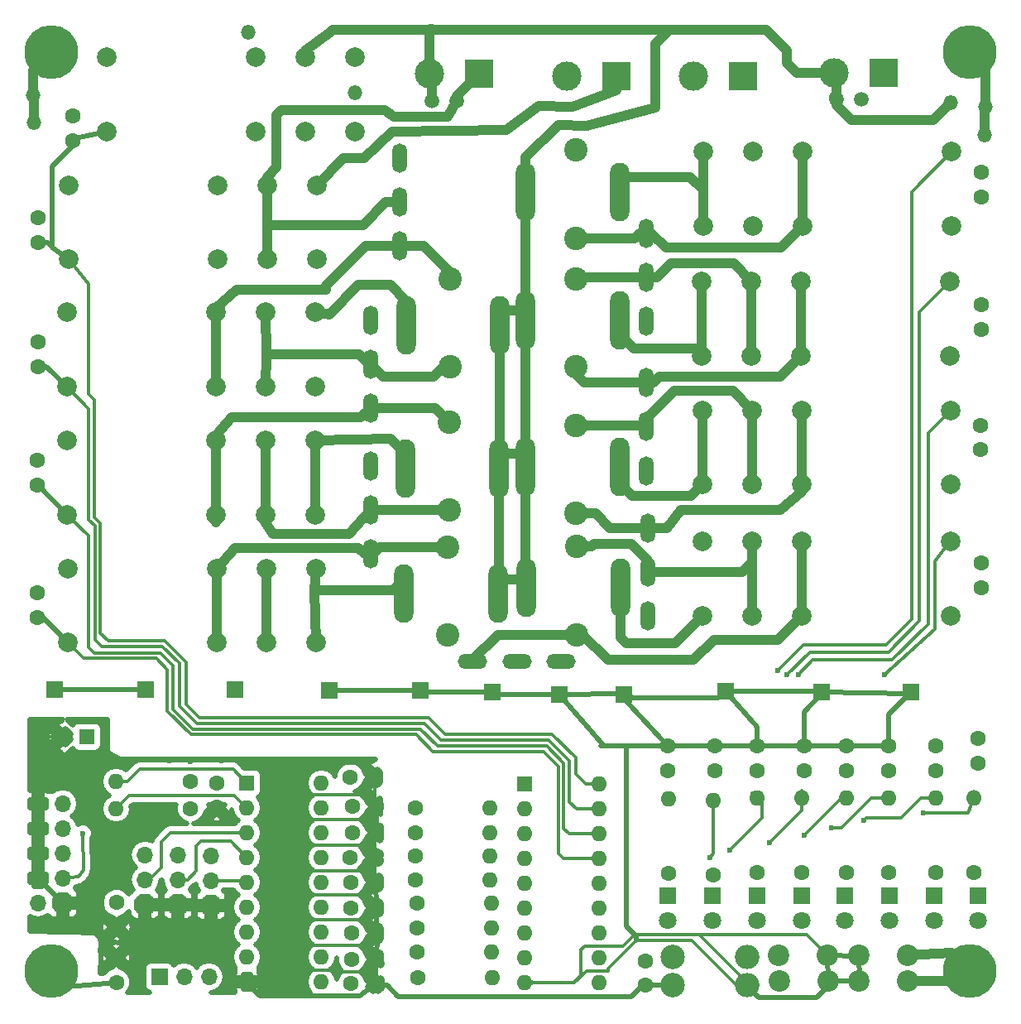
<source format=gbr>
G04 #@! TF.FileFunction,Copper,L1,Top,Signal*
%FSLAX46Y46*%
G04 Gerber Fmt 4.6, Leading zero omitted, Abs format (unit mm)*
G04 Created by KiCad (PCBNEW 4.0.7) date 03/27/19 22:33:49*
%MOMM*%
%LPD*%
G01*
G04 APERTURE LIST*
%ADD10C,0.100000*%
%ADD11R,1.700000X1.700000*%
%ADD12O,1.700000X1.700000*%
%ADD13C,1.500000*%
%ADD14R,3.000000X3.000000*%
%ADD15C,3.000000*%
%ADD16R,1.600000X1.600000*%
%ADD17O,1.600000X1.600000*%
%ADD18C,2.500000*%
%ADD19O,2.500000X2.500000*%
%ADD20R,1.800000X1.800000*%
%ADD21C,1.800000*%
%ADD22C,1.600000*%
%ADD23C,5.500000*%
%ADD24O,1.500000X3.000000*%
%ADD25O,3.000000X1.500000*%
%ADD26C,2.200000*%
%ADD27C,2.000000*%
%ADD28C,1.700000*%
%ADD29O,2.000000X6.000000*%
%ADD30C,2.400000*%
%ADD31O,1.500000X1.500000*%
%ADD32C,0.600000*%
%ADD33C,1.000000*%
%ADD34C,0.350000*%
%ADD35C,0.500000*%
G04 APERTURE END LIST*
D10*
D11*
X54203600Y-140035280D03*
D12*
X51663600Y-140035280D03*
X54203600Y-137495280D03*
X51663600Y-137495280D03*
X54203600Y-134955280D03*
X51663600Y-134955280D03*
X54203600Y-132415280D03*
X51663600Y-132415280D03*
X54203600Y-129875280D03*
X51663600Y-129875280D03*
D13*
X135890000Y-57846000D03*
X133350000Y-57846000D03*
D14*
X138176000Y-55118000D03*
D15*
X133096000Y-55118000D03*
D16*
X73025000Y-127762000D03*
D17*
X80645000Y-148082000D03*
X73025000Y-130302000D03*
X80645000Y-145542000D03*
X73025000Y-132842000D03*
X80645000Y-143002000D03*
X73025000Y-135382000D03*
X80645000Y-140462000D03*
X73025000Y-137922000D03*
X80645000Y-137922000D03*
X73025000Y-140462000D03*
X80645000Y-135382000D03*
X73025000Y-143002000D03*
X80645000Y-132842000D03*
X73025000Y-145542000D03*
X80645000Y-130302000D03*
X73025000Y-148082000D03*
X80645000Y-127762000D03*
D18*
X116586000Y-145542000D03*
D19*
X124206000Y-145542000D03*
D20*
X138811000Y-139319000D03*
D21*
X138811000Y-141859000D03*
D22*
X67259200Y-127609600D03*
D17*
X59639200Y-127609600D03*
D20*
X125222000Y-139319000D03*
D21*
X125222000Y-141859000D03*
D22*
X143510000Y-136906000D03*
D17*
X143510000Y-129286000D03*
D20*
X120650000Y-139319000D03*
D21*
X120650000Y-141859000D03*
D16*
X101473000Y-127889000D03*
D17*
X109093000Y-148209000D03*
X101473000Y-130429000D03*
X109093000Y-145669000D03*
X101473000Y-132969000D03*
X109093000Y-143129000D03*
X101473000Y-135509000D03*
X109093000Y-140589000D03*
X101473000Y-138049000D03*
X109093000Y-138049000D03*
X101473000Y-140589000D03*
X109093000Y-135509000D03*
X101473000Y-143129000D03*
X109093000Y-132969000D03*
X101473000Y-145669000D03*
X109093000Y-130429000D03*
X101473000Y-148209000D03*
X109093000Y-127889000D03*
D22*
X116078000Y-123952000D03*
X116078000Y-126452000D03*
X120904000Y-123952000D03*
X120904000Y-126452000D03*
X125222000Y-123952000D03*
X125222000Y-126452000D03*
X130048000Y-123952000D03*
X130048000Y-126452000D03*
X134366000Y-123952000D03*
X134366000Y-126452000D03*
X138684000Y-123952000D03*
X138684000Y-126452000D03*
X143510000Y-123952000D03*
X143510000Y-126452000D03*
X147828000Y-123190000D03*
X147828000Y-125690000D03*
X69926200Y-130225800D03*
X69926200Y-127725800D03*
D11*
X69342000Y-140258800D03*
D12*
X69342000Y-137718800D03*
X69342000Y-135178800D03*
D11*
X65963800Y-140182600D03*
D12*
X65963800Y-137642600D03*
X65963800Y-135102600D03*
D11*
X62611000Y-140182600D03*
D12*
X62611000Y-137642600D03*
X62611000Y-135102600D03*
D22*
X67259200Y-130378200D03*
D17*
X59639200Y-130378200D03*
D23*
X53000000Y-53000000D03*
X53000000Y-147000000D03*
X147002500Y-147002500D03*
D20*
X129794000Y-139319000D03*
D21*
X129794000Y-141859000D03*
D20*
X134239000Y-139319000D03*
D21*
X134239000Y-141859000D03*
D20*
X143383000Y-139319000D03*
D21*
X143383000Y-141859000D03*
D20*
X147828000Y-139319000D03*
D21*
X147828000Y-141859000D03*
D22*
X116141500Y-136969500D03*
D17*
X116141500Y-129349500D03*
D22*
X120777000Y-137160000D03*
D17*
X120777000Y-129540000D03*
D22*
X125222000Y-136906000D03*
D17*
X125222000Y-129286000D03*
D22*
X129794000Y-136906000D03*
D17*
X129794000Y-129286000D03*
D22*
X134366000Y-136906000D03*
D17*
X134366000Y-129286000D03*
D22*
X138684000Y-136906000D03*
D17*
X138684000Y-129286000D03*
D22*
X147447000Y-136906000D03*
D17*
X147447000Y-129286000D03*
D22*
X86106000Y-127152400D03*
X83606000Y-127152400D03*
D24*
X88646000Y-68326000D03*
X88646000Y-63826000D03*
X88646000Y-72826000D03*
X85661500Y-84899500D03*
X85661500Y-80399500D03*
X85661500Y-89399500D03*
X85725000Y-99822000D03*
X85725000Y-95322000D03*
X85725000Y-104322000D03*
X114046000Y-106172000D03*
X114046000Y-110672000D03*
X114046000Y-101672000D03*
X113880000Y-91310000D03*
X113880000Y-95810000D03*
X113880000Y-86810000D03*
X113875000Y-76050000D03*
X113875000Y-80550000D03*
X113875000Y-71550000D03*
D25*
X100647500Y-115316000D03*
X105147500Y-115316000D03*
X96147500Y-115316000D03*
D11*
X140970000Y-118491000D03*
X111569500Y-118745000D03*
X90805000Y-118300500D03*
X98107500Y-118491000D03*
X53340000Y-118237000D03*
X81470500Y-118300500D03*
X105029000Y-118681500D03*
X62674500Y-118173500D03*
X71818500Y-118173500D03*
X121983500Y-118364000D03*
X131826000Y-118491000D03*
D22*
X90297000Y-130302000D03*
D17*
X97917000Y-130302000D03*
D22*
X90297000Y-132842000D03*
D17*
X97917000Y-132842000D03*
D22*
X90297000Y-135255000D03*
D17*
X97917000Y-135255000D03*
D22*
X90297000Y-137668000D03*
D17*
X97917000Y-137668000D03*
D22*
X90424000Y-140081000D03*
D17*
X98044000Y-140081000D03*
D22*
X90424000Y-142621000D03*
D17*
X98044000Y-142621000D03*
D22*
X90424000Y-145034000D03*
D17*
X98044000Y-145034000D03*
D22*
X90551000Y-147701000D03*
D17*
X98171000Y-147701000D03*
D20*
X116078000Y-139319000D03*
D21*
X116078000Y-141859000D03*
D22*
X83820000Y-130175000D03*
X86320000Y-130175000D03*
X83820000Y-132842000D03*
X86320000Y-132842000D03*
X83566000Y-135382000D03*
X86066000Y-135382000D03*
X83693000Y-137922000D03*
X86193000Y-137922000D03*
X83693000Y-140525500D03*
X86193000Y-140525500D03*
X83756500Y-143129000D03*
X86256500Y-143129000D03*
X83756500Y-145796000D03*
X86256500Y-145796000D03*
X83693000Y-148272500D03*
X86193000Y-148272500D03*
D18*
X116586000Y-148463000D03*
D19*
X124206000Y-148463000D03*
D22*
X59664600Y-148132800D03*
X59664600Y-145632800D03*
X59690000Y-142494000D03*
X59690000Y-139994000D03*
X55181500Y-59563000D03*
X55181500Y-62063000D03*
X51689000Y-82677000D03*
X51689000Y-85177000D03*
X51562000Y-94742000D03*
X51562000Y-97242000D03*
X51562000Y-108331000D03*
X51562000Y-110831000D03*
X51689000Y-69977000D03*
X51689000Y-72477000D03*
X148209000Y-107759500D03*
X148209000Y-105259500D03*
X148082000Y-93662500D03*
X148082000Y-91162500D03*
X148145500Y-81343500D03*
X148145500Y-78843500D03*
X148209000Y-67818000D03*
X148209000Y-65318000D03*
D16*
X56657240Y-123027440D03*
D22*
X54157240Y-123027440D03*
D26*
X127508000Y-148005800D03*
X132508000Y-148005800D03*
X140665200Y-147980400D03*
X135665200Y-147980400D03*
D11*
X64068960Y-147579080D03*
D12*
X66608960Y-147579080D03*
X69148960Y-147579080D03*
D22*
X113792000Y-148437600D03*
X113792000Y-145937600D03*
D26*
X127467360Y-145409920D03*
X132467360Y-145409920D03*
X140655040Y-145348960D03*
X135655040Y-145348960D03*
D23*
X147000000Y-53000000D03*
D27*
X145125000Y-70800000D03*
X129885000Y-70800000D03*
X119725000Y-70800000D03*
X124805000Y-70800000D03*
X145125000Y-63200000D03*
X124805000Y-63200000D03*
X129885000Y-63200000D03*
X119725000Y-63200000D03*
X145000000Y-84050000D03*
X129760000Y-84050000D03*
X119600000Y-84050000D03*
X124680000Y-84050000D03*
X145000000Y-76450000D03*
X124680000Y-76450000D03*
X129760000Y-76450000D03*
X119600000Y-76450000D03*
X145050000Y-97225000D03*
X129810000Y-97225000D03*
X119650000Y-97225000D03*
X124730000Y-97225000D03*
X145050000Y-89625000D03*
X124730000Y-89625000D03*
X129810000Y-89625000D03*
X119650000Y-89625000D03*
X145050000Y-110650000D03*
X129810000Y-110650000D03*
X119650000Y-110650000D03*
X124730000Y-110650000D03*
X145050000Y-103050000D03*
X124730000Y-103050000D03*
X129810000Y-103050000D03*
X119650000Y-103050000D03*
X54706500Y-105801000D03*
X69946500Y-105801000D03*
X80106500Y-105801000D03*
X75026500Y-105801000D03*
X54706500Y-113401000D03*
X75026500Y-113401000D03*
X69946500Y-113401000D03*
X80106500Y-113401000D03*
X54597280Y-92704760D03*
X69837280Y-92704760D03*
X79997280Y-92704760D03*
X74917280Y-92704760D03*
X54597280Y-100304760D03*
X74917280Y-100304760D03*
X69837280Y-100304760D03*
X79997280Y-100304760D03*
X54597280Y-79628840D03*
X69837280Y-79628840D03*
X79997280Y-79628840D03*
X74917280Y-79628840D03*
X54597280Y-87228840D03*
X74917280Y-87228840D03*
X69837280Y-87228840D03*
X79997280Y-87228840D03*
X54764920Y-66608800D03*
X70004920Y-66608800D03*
X80164920Y-66608800D03*
X75084920Y-66608800D03*
X54764920Y-74208800D03*
X75084920Y-74208800D03*
X70004920Y-74208800D03*
X80164920Y-74208800D03*
X58676520Y-53532880D03*
X73916520Y-53532880D03*
X84076520Y-53532880D03*
X78996520Y-53532880D03*
X58676520Y-61132880D03*
X78996520Y-61132880D03*
X73916520Y-61132880D03*
X84076520Y-61132880D03*
D28*
X89208000Y-94079000D03*
X89208000Y-97079000D03*
X98811000Y-94079000D03*
X98811000Y-97079000D03*
D29*
X89208000Y-95579000D03*
X98811000Y-95579000D03*
D30*
X93700000Y-90825000D03*
X93700000Y-99825000D03*
D28*
X89107000Y-106902500D03*
X89107000Y-109902500D03*
X98710000Y-106902500D03*
X98710000Y-109902500D03*
D29*
X89107000Y-108402500D03*
X98710000Y-108402500D03*
D30*
X93599000Y-103648500D03*
X93599000Y-112648500D03*
D28*
X111235500Y-109315000D03*
X111235500Y-106315000D03*
X101632500Y-109315000D03*
X101632500Y-106315000D03*
D29*
X111235500Y-107815000D03*
X101632500Y-107815000D03*
D30*
X106743500Y-112569000D03*
X106743500Y-103569000D03*
D28*
X111167000Y-96946000D03*
X111167000Y-93946000D03*
X101564000Y-96946000D03*
X101564000Y-93946000D03*
D29*
X111167000Y-95446000D03*
X101564000Y-95446000D03*
D30*
X106675000Y-100200000D03*
X106675000Y-91200000D03*
D28*
X111167000Y-68771000D03*
X111167000Y-65771000D03*
X101564000Y-68771000D03*
X101564000Y-65771000D03*
D29*
X111167000Y-67271000D03*
X101564000Y-67271000D03*
D30*
X106675000Y-72025000D03*
X106675000Y-63025000D03*
D28*
X111167000Y-81946000D03*
X111167000Y-78946000D03*
X101564000Y-81946000D03*
X101564000Y-78946000D03*
D29*
X111167000Y-80446000D03*
X101564000Y-80446000D03*
D30*
X106675000Y-85200000D03*
X106675000Y-76200000D03*
D28*
X89308000Y-79429000D03*
X89308000Y-82429000D03*
X98911000Y-79429000D03*
X98911000Y-82429000D03*
D29*
X89308000Y-80929000D03*
X98911000Y-80929000D03*
D30*
X93800000Y-76175000D03*
X93800000Y-85175000D03*
D31*
X73190100Y-50965100D03*
X145034000Y-58166000D03*
X148590000Y-58582560D03*
X148549360Y-61488320D03*
X51142900Y-57416700D03*
X51206400Y-60185300D03*
X84074000Y-57150000D03*
D13*
X94488000Y-57973000D03*
X91948000Y-57973000D03*
D14*
X96774000Y-55245000D03*
D15*
X91694000Y-55245000D03*
D14*
X110871000Y-55499000D03*
D15*
X105791000Y-55499000D03*
D14*
X123825000Y-55499000D03*
D15*
X118745000Y-55499000D03*
D32*
X76454000Y-147637500D03*
X76136500Y-146304000D03*
X76073000Y-144145000D03*
X76136500Y-141478000D03*
X76581000Y-139001500D03*
X76771500Y-137477500D03*
X76644500Y-135128000D03*
X76962000Y-132588000D03*
X76708000Y-129984500D03*
X76771500Y-127635000D03*
X77914500Y-125476000D03*
X76263500Y-125476000D03*
X73406000Y-125476000D03*
X70485000Y-125476000D03*
X67246500Y-125539500D03*
X65087500Y-125476000D03*
X62547500Y-125412500D03*
X60325000Y-125349000D03*
X57848500Y-126174500D03*
X56451500Y-125984000D03*
X54610000Y-125222000D03*
X58039000Y-144907000D03*
X57975500Y-143700500D03*
X56959500Y-142748000D03*
X55181500Y-142303500D03*
X51689000Y-128143000D03*
X51752500Y-126555500D03*
X51752500Y-124650500D03*
X51879500Y-123190000D03*
X127317500Y-116268500D03*
X128270000Y-116713000D03*
X120396000Y-135382000D03*
X129476500Y-116649500D03*
X122428000Y-134620000D03*
X138239500Y-116713000D03*
X126492000Y-133858000D03*
X130048000Y-133096000D03*
X132842000Y-132334000D03*
X136144000Y-131572000D03*
X142240000Y-130810000D03*
X56261000Y-132918200D03*
D33*
X91694000Y-55245000D02*
X91694000Y-50736500D01*
X91948000Y-50673000D02*
X91948000Y-50736500D01*
X91757500Y-50673000D02*
X91948000Y-50673000D01*
X91694000Y-50736500D02*
X91757500Y-50673000D01*
X101564000Y-67271000D02*
X101564000Y-63790000D01*
X114808000Y-52197000D02*
X116268500Y-50736500D01*
X114808000Y-58674000D02*
X114808000Y-52197000D01*
X107823000Y-60515500D02*
X114808000Y-58674000D01*
X104902000Y-60452000D02*
X107823000Y-60515500D01*
X101564000Y-63790000D02*
X104902000Y-60452000D01*
X91948000Y-57973000D02*
X91948000Y-55499000D01*
X91948000Y-55499000D02*
X91694000Y-55245000D01*
X120904000Y-50736500D02*
X126174500Y-50736500D01*
X106172000Y-50736500D02*
X112776000Y-50736500D01*
X112776000Y-50736500D02*
X116268500Y-50736500D01*
X91948000Y-50736500D02*
X106172000Y-50736500D01*
X90805000Y-50736500D02*
X91948000Y-50736500D01*
X81534000Y-50990500D02*
X81788000Y-50736500D01*
X81788000Y-50736500D02*
X90805000Y-50736500D01*
X78996520Y-52854880D02*
X81534000Y-50990500D01*
X116268500Y-50736500D02*
X120904000Y-50736500D01*
X129286000Y-55118000D02*
X133096000Y-55118000D01*
X128270000Y-54102000D02*
X129286000Y-55118000D01*
X128270000Y-52832000D02*
X128270000Y-54102000D01*
X126174500Y-50736500D02*
X128270000Y-52832000D01*
X133350000Y-57846000D02*
X133350000Y-58420000D01*
X143256000Y-59944000D02*
X145034000Y-58166000D01*
X134874000Y-59944000D02*
X143256000Y-59944000D01*
X133350000Y-58420000D02*
X134874000Y-59944000D01*
X133350000Y-57846000D02*
X133350000Y-55372000D01*
X133350000Y-55372000D02*
X133096000Y-55118000D01*
X133096000Y-57592000D02*
X133350000Y-57846000D01*
X78996520Y-53532880D02*
X78996520Y-52854880D01*
X98811000Y-97079000D02*
X98811000Y-106801500D01*
X98811000Y-106801500D02*
X98710000Y-106902500D01*
X98911000Y-82429000D02*
X98911000Y-93979000D01*
X98911000Y-93979000D02*
X98811000Y-94079000D01*
X98911000Y-79429000D02*
X101081000Y-79429000D01*
X101081000Y-79429000D02*
X101564000Y-78946000D01*
X98811000Y-94079000D02*
X101431000Y-94079000D01*
X101431000Y-94079000D02*
X101564000Y-93946000D01*
X98710000Y-106902500D02*
X101045000Y-106902500D01*
X101045000Y-106902500D02*
X101632500Y-106315000D01*
X101564000Y-96946000D02*
X101564000Y-107746500D01*
X101564000Y-107746500D02*
X101632500Y-107815000D01*
X101564000Y-81946000D02*
X101564000Y-93946000D01*
X101564000Y-68771000D02*
X101564000Y-78946000D01*
X124680000Y-76450000D02*
X124680000Y-84050000D01*
X113875000Y-76050000D02*
X114958000Y-76050000D01*
X122842500Y-74612500D02*
X124680000Y-76450000D01*
X116395500Y-74612500D02*
X122842500Y-74612500D01*
X114958000Y-76050000D02*
X116395500Y-74612500D01*
X106675000Y-76200000D02*
X106934000Y-76200000D01*
X106934000Y-76200000D02*
X107084000Y-76050000D01*
X107084000Y-76050000D02*
X113875000Y-76050000D01*
X129885000Y-63200000D02*
X129885000Y-70800000D01*
X113875000Y-71550000D02*
X114412500Y-71550000D01*
X114412500Y-71550000D02*
X115887500Y-73025000D01*
X127660000Y-73025000D02*
X129885000Y-70800000D01*
X115887500Y-73025000D02*
X127660000Y-73025000D01*
X113875000Y-71550000D02*
X113171500Y-71550000D01*
X113171500Y-71550000D02*
X112696500Y-72025000D01*
X112696500Y-72025000D02*
X106675000Y-72025000D01*
X113880000Y-91310000D02*
X113880000Y-90526500D01*
X113880000Y-90526500D02*
X116776500Y-87630000D01*
X122735000Y-87630000D02*
X124730000Y-89625000D01*
X116776500Y-87630000D02*
X122735000Y-87630000D01*
X124730000Y-89625000D02*
X124730000Y-97225000D01*
X106675000Y-91200000D02*
X113770000Y-91200000D01*
X113770000Y-91200000D02*
X113880000Y-91310000D01*
X113880000Y-86810000D02*
X114612000Y-86810000D01*
X114612000Y-86810000D02*
X115252500Y-86169500D01*
X127640500Y-86169500D02*
X129760000Y-84050000D01*
X115252500Y-86169500D02*
X127640500Y-86169500D01*
X106675000Y-85200000D02*
X106675000Y-85910500D01*
X106675000Y-85910500D02*
X107574500Y-86810000D01*
X107574500Y-86810000D02*
X113880000Y-86810000D01*
X129760000Y-76450000D02*
X129760000Y-84050000D01*
X129413000Y-84397000D02*
X129760000Y-84050000D01*
X114046000Y-106172000D02*
X123698000Y-106172000D01*
X123698000Y-106172000D02*
X124730000Y-105140000D01*
X124730000Y-103050000D02*
X124730000Y-105140000D01*
X124730000Y-105140000D02*
X124730000Y-110650000D01*
X106743500Y-103569000D02*
X108330500Y-103569000D01*
X112331500Y-103314500D02*
X114046000Y-105029000D01*
X108585000Y-103314500D02*
X112331500Y-103314500D01*
X108330500Y-103569000D02*
X108585000Y-103314500D01*
X114046000Y-105029000D02*
X114046000Y-106172000D01*
X129810000Y-89625000D02*
X129810000Y-97225000D01*
X114046000Y-101672000D02*
X116006000Y-101672000D01*
X127571500Y-99822000D02*
X129810000Y-97964500D01*
X117475000Y-99822000D02*
X127571500Y-99822000D01*
X116006000Y-101672000D02*
X117475000Y-99822000D01*
X129810000Y-97964500D02*
X129810000Y-97225000D01*
X106675000Y-100200000D02*
X108709000Y-100200000D01*
X110181000Y-101672000D02*
X114046000Y-101672000D01*
X108709000Y-100200000D02*
X110181000Y-101672000D01*
X75026500Y-105801000D02*
X75026500Y-113401000D01*
X96147500Y-115316000D02*
X96147500Y-115180500D01*
X96147500Y-115180500D02*
X98759000Y-112569000D01*
X98759000Y-112569000D02*
X106743500Y-112569000D01*
X106743500Y-112569000D02*
X107362000Y-112569000D01*
X107362000Y-112569000D02*
X109982000Y-115189000D01*
X109982000Y-115189000D02*
X118745000Y-115189000D01*
X118745000Y-115189000D02*
X120840500Y-113093500D01*
X120840500Y-113093500D02*
X127366500Y-113093500D01*
X127366500Y-113093500D02*
X129810000Y-110650000D01*
X129810000Y-103050000D02*
X129810000Y-110650000D01*
X74917280Y-92704760D02*
X74917280Y-100304760D01*
X74917280Y-100304760D02*
X74917280Y-101186760D01*
X74917280Y-101186760D02*
X75707240Y-102316280D01*
X75707240Y-102316280D02*
X83454240Y-102316280D01*
X83454240Y-102316280D02*
X85725000Y-99822000D01*
X85725000Y-99822000D02*
X93697000Y-99822000D01*
X93697000Y-99822000D02*
X93700000Y-99825000D01*
X69946500Y-105801000D02*
X69946500Y-113401000D01*
X85725000Y-104322000D02*
X85081500Y-104322000D01*
X85081500Y-104322000D02*
X84455000Y-103695500D01*
X71769500Y-103695500D02*
X69946500Y-105801000D01*
X84455000Y-103695500D02*
X71769500Y-103695500D01*
X85725000Y-104322000D02*
X85924000Y-104322000D01*
X85924000Y-104322000D02*
X86597500Y-103648500D01*
X86597500Y-103648500D02*
X93599000Y-103648500D01*
X85661500Y-84899500D02*
X85534500Y-84899500D01*
X85534500Y-84899500D02*
X84518500Y-83883500D01*
X84518500Y-83883500D02*
X75020000Y-83883500D01*
X74917280Y-79628840D02*
X75020000Y-83883500D01*
X75020000Y-83883500D02*
X74917280Y-87228840D01*
X93800000Y-85175000D02*
X93133000Y-85175000D01*
X93133000Y-85175000D02*
X92138500Y-86169500D01*
X92138500Y-86169500D02*
X86931500Y-86169500D01*
X86931500Y-86169500D02*
X85661500Y-84899500D01*
X69837280Y-92704760D02*
X69837280Y-101123260D01*
X69837280Y-101123260D02*
X69837280Y-100304760D01*
X85661500Y-89399500D02*
X92274500Y-89399500D01*
X92274500Y-89399500D02*
X93700000Y-90825000D01*
X69837280Y-92704760D02*
X69837280Y-92176260D01*
X69837280Y-92176260D02*
X71501000Y-90360500D01*
X71501000Y-90360500D02*
X84700500Y-90360500D01*
X84700500Y-90360500D02*
X85661500Y-89399500D01*
X88646000Y-72826000D02*
X91114000Y-72826000D01*
X91114000Y-72826000D02*
X93800000Y-75512000D01*
X93800000Y-75512000D02*
X93800000Y-76175000D01*
X81089500Y-77279500D02*
X81089500Y-76898500D01*
X85162000Y-72826000D02*
X88646000Y-72826000D01*
X81089500Y-76898500D02*
X85162000Y-72826000D01*
X69837280Y-79628840D02*
X69837280Y-79177340D01*
X69837280Y-79177340D02*
X72009000Y-77279500D01*
X72009000Y-77279500D02*
X81089500Y-77279500D01*
X69837280Y-79628840D02*
X69837280Y-87228840D01*
X119600000Y-76450000D02*
X119600000Y-84050000D01*
X111167000Y-81946000D02*
X111219500Y-81946000D01*
X111219500Y-81946000D02*
X112585500Y-83312000D01*
X112585500Y-83312000D02*
X118862000Y-83312000D01*
X118862000Y-83312000D02*
X119600000Y-84050000D01*
X111235500Y-109315000D02*
X111235500Y-112886500D01*
X116825500Y-113474500D02*
X119650000Y-110650000D01*
X111823500Y-113474500D02*
X116825500Y-113474500D01*
X111235500Y-112886500D02*
X111823500Y-113474500D01*
X79997280Y-92704760D02*
X79997280Y-100304760D01*
X79997280Y-92704760D02*
X87704000Y-92575000D01*
X87704000Y-92575000D02*
X89208000Y-94079000D01*
X111167000Y-65771000D02*
X118412500Y-65771000D01*
X118412500Y-65771000D02*
X119725000Y-67083500D01*
X119725000Y-63200000D02*
X119725000Y-67083500D01*
X119725000Y-67083500D02*
X119725000Y-70800000D01*
X119650000Y-89625000D02*
X119650000Y-97225000D01*
X111167000Y-96946000D02*
X111167000Y-97133500D01*
X111167000Y-97133500D02*
X112458500Y-98425000D01*
X112458500Y-98425000D02*
X118450000Y-98425000D01*
X118450000Y-98425000D02*
X119650000Y-97225000D01*
X79900000Y-108013500D02*
X87996000Y-108013500D01*
X87996000Y-108013500D02*
X89107000Y-106902500D01*
X80106500Y-105801000D02*
X79900000Y-108013500D01*
X79900000Y-108013500D02*
X80106500Y-113401000D01*
X79997280Y-79628840D02*
X81490000Y-79800000D01*
X87693500Y-76835000D02*
X89308000Y-78449500D01*
X84455000Y-76835000D02*
X87693500Y-76835000D01*
X81490000Y-79800000D02*
X84455000Y-76835000D01*
X89308000Y-78449500D02*
X89308000Y-80929000D01*
X110871000Y-55499000D02*
X110871000Y-56896000D01*
X110871000Y-56896000D02*
X106362500Y-58610500D01*
X106362500Y-58610500D02*
X102886379Y-58547000D01*
X99568000Y-60960000D02*
X87895029Y-61098320D01*
X87895029Y-61098320D02*
X85051900Y-63868300D01*
X85051900Y-63868300D02*
X82905420Y-63868300D01*
X80164920Y-66608800D02*
X82905420Y-63868300D01*
X102886379Y-58547000D02*
X99568000Y-60960000D01*
X70004920Y-66608800D02*
X70544420Y-66608800D01*
D34*
X76263500Y-125476000D02*
X76263500Y-127127000D01*
X76136500Y-144208500D02*
X76136500Y-146304000D01*
X76073000Y-144145000D02*
X76136500Y-144208500D01*
X76136500Y-139446000D02*
X76136500Y-141478000D01*
X76581000Y-139001500D02*
X76136500Y-139446000D01*
X76771500Y-135255000D02*
X76771500Y-137477500D01*
X76644500Y-135128000D02*
X76771500Y-135255000D01*
X76962000Y-130238500D02*
X76962000Y-132588000D01*
X76708000Y-129984500D02*
X76962000Y-130238500D01*
X76263500Y-127127000D02*
X76771500Y-127635000D01*
X79629000Y-125793500D02*
X79629000Y-125730000D01*
X79565500Y-125730000D02*
X79629000Y-125793500D01*
X78168500Y-125730000D02*
X79565500Y-125730000D01*
X77914500Y-125476000D02*
X78168500Y-125730000D01*
X73406000Y-125476000D02*
X76263500Y-125476000D01*
X67310000Y-125476000D02*
X70485000Y-125476000D01*
X67246500Y-125539500D02*
X67310000Y-125476000D01*
X62611000Y-125476000D02*
X65087500Y-125476000D01*
X62547500Y-125412500D02*
X62611000Y-125476000D01*
X58674000Y-125349000D02*
X60325000Y-125349000D01*
X57848500Y-126174500D02*
X58674000Y-125349000D01*
X55372000Y-125984000D02*
X56451500Y-125984000D01*
X54610000Y-125222000D02*
X55372000Y-125984000D01*
X54203600Y-140035280D02*
X54203600Y-141325600D01*
X58764800Y-145632800D02*
X59664600Y-145632800D01*
X58039000Y-144907000D02*
X58764800Y-145632800D01*
X57912000Y-143700500D02*
X57975500Y-143700500D01*
X56959500Y-142748000D02*
X57912000Y-143700500D01*
X54203600Y-141325600D02*
X55181500Y-142303500D01*
X54157240Y-123027440D02*
X52042060Y-123027440D01*
X51663600Y-128168400D02*
X51663600Y-129875280D01*
X51689000Y-128143000D02*
X51663600Y-128168400D01*
X51752500Y-124650500D02*
X51752500Y-126555500D01*
X52042060Y-123027440D02*
X51879500Y-123190000D01*
X86160352Y-147064524D02*
X82358024Y-147064524D01*
X82169000Y-146875500D02*
X78613000Y-146875500D01*
X82358024Y-147064524D02*
X82169000Y-146875500D01*
X78613000Y-144335500D02*
X85852000Y-144335500D01*
X85852000Y-144335500D02*
X86354658Y-143832842D01*
X86354658Y-143832842D02*
X86256500Y-143129000D01*
X78613000Y-141732000D02*
X84859500Y-141732000D01*
X84859500Y-141732000D02*
X86256500Y-143129000D01*
X78613000Y-139192000D02*
X85344000Y-139192000D01*
X85344000Y-139192000D02*
X86307541Y-140155541D01*
X86307541Y-140155541D02*
X86193000Y-140525500D01*
X78613000Y-136715500D02*
X84986500Y-136715500D01*
X84986500Y-136715500D02*
X86193000Y-137922000D01*
X78613000Y-134112000D02*
X85471000Y-134112000D01*
X85471000Y-134112000D02*
X86066000Y-134707000D01*
X86066000Y-134707000D02*
X86066000Y-135382000D01*
X78613000Y-131508500D02*
X85979000Y-131508500D01*
X85979000Y-131508500D02*
X86320000Y-131849500D01*
X78613000Y-128968500D02*
X85788500Y-128968500D01*
X85788500Y-128968500D02*
X85915500Y-128841500D01*
X86106000Y-127152400D02*
X86106000Y-129961000D01*
X86106000Y-129961000D02*
X86320000Y-130175000D01*
X78613000Y-149542500D02*
X78613000Y-146875500D01*
X78613000Y-146875500D02*
X78613000Y-144335500D01*
X78613000Y-144335500D02*
X78613000Y-141732000D01*
X78613000Y-141732000D02*
X78613000Y-139192000D01*
X78613000Y-139192000D02*
X78613000Y-136715500D01*
X78613000Y-136715500D02*
X78613000Y-134112000D01*
X78613000Y-134112000D02*
X78613000Y-131508500D01*
X78613000Y-131508500D02*
X78613000Y-128968500D01*
X78613000Y-128968500D02*
X78613000Y-126365000D01*
X78613000Y-126365000D02*
X79248000Y-125730000D01*
X79248000Y-125730000D02*
X79629000Y-125730000D01*
X84683600Y-125730000D02*
X86106000Y-127152400D01*
X79629000Y-125730000D02*
X84683600Y-125730000D01*
D35*
X51663600Y-137495280D02*
X54203600Y-140035280D01*
X113792000Y-148437600D02*
X116560600Y-148437600D01*
X116560600Y-148437600D02*
X116586000Y-148463000D01*
X88519000Y-149606000D02*
X112395000Y-149606000D01*
X112395000Y-149606000D02*
X113563400Y-148437600D01*
X113563400Y-148437600D02*
X113792000Y-148437600D01*
X59867800Y-145429600D02*
X59664600Y-145632800D01*
X86066000Y-135382000D02*
X86066000Y-137795000D01*
X86066000Y-137795000D02*
X86193000Y-137922000D01*
X86193000Y-137922000D02*
X86320000Y-140398500D01*
X86320000Y-140398500D02*
X86193000Y-140525500D01*
X86193000Y-140525500D02*
X86383500Y-143002000D01*
X86383500Y-143002000D02*
X86256500Y-143129000D01*
X86256500Y-145796000D02*
X86383500Y-143256000D01*
X86383500Y-143256000D02*
X86256500Y-143129000D01*
X86193000Y-148272500D02*
X86160352Y-147064524D01*
X86160352Y-147064524D02*
X86129500Y-145923000D01*
X86129500Y-145923000D02*
X86256500Y-145796000D01*
X86066000Y-135382000D02*
X86066000Y-133096000D01*
X86066000Y-133096000D02*
X86320000Y-132842000D01*
X86320000Y-130175000D02*
X86320000Y-131849500D01*
X86320000Y-131849500D02*
X86320000Y-132842000D01*
X73025000Y-148082000D02*
X73025000Y-148209000D01*
X73025000Y-148209000D02*
X74358500Y-149542500D01*
X74358500Y-149542500D02*
X78613000Y-149542500D01*
X78613000Y-149542500D02*
X84605500Y-149542500D01*
X84605500Y-149542500D02*
X86193000Y-148272500D01*
X86193000Y-148272500D02*
X87376000Y-148463000D01*
X87376000Y-148463000D02*
X88519000Y-149606000D01*
D34*
X141033500Y-67291500D02*
X145125000Y-63200000D01*
X141033500Y-110998000D02*
X141033500Y-67291500D01*
X138430000Y-113601500D02*
X141033500Y-110998000D01*
X129984500Y-113601500D02*
X138430000Y-113601500D01*
X127317500Y-116268500D02*
X129984500Y-113601500D01*
X109093000Y-145669000D02*
X109347000Y-145669000D01*
X141859000Y-79591000D02*
X145000000Y-76450000D01*
X141859000Y-111188500D02*
X141859000Y-79591000D01*
X138684000Y-114363500D02*
X141859000Y-111188500D01*
X130619500Y-114363500D02*
X138684000Y-114363500D01*
X128270000Y-116713000D02*
X130619500Y-114363500D01*
X120396000Y-135382000D02*
X120777000Y-135001000D01*
X120777000Y-135001000D02*
X120777000Y-129540000D01*
X142748000Y-91927000D02*
X145050000Y-89625000D01*
X142748000Y-111506000D02*
X142748000Y-91927000D01*
X139065000Y-115189000D02*
X142748000Y-111506000D01*
X130937000Y-115189000D02*
X139065000Y-115189000D01*
X129476500Y-116649500D02*
X130937000Y-115189000D01*
X125730000Y-131318000D02*
X125730000Y-129794000D01*
X122428000Y-134620000D02*
X125730000Y-131318000D01*
X125730000Y-129794000D02*
X125222000Y-129286000D01*
X124714000Y-128778000D02*
X125222000Y-129286000D01*
X143446500Y-105092500D02*
X144981000Y-103050000D01*
X143446500Y-112014000D02*
X143446500Y-105092500D01*
X138239500Y-116713000D02*
X143446500Y-112014000D01*
X144981000Y-103050000D02*
X145050000Y-103050000D01*
X126492000Y-133858000D02*
X129794000Y-130556000D01*
X129794000Y-130556000D02*
X129794000Y-129286000D01*
X129794000Y-129286000D02*
X129794000Y-128524000D01*
X109093000Y-135509000D02*
X105410000Y-135509000D01*
X56304000Y-114998500D02*
X54706500Y-113401000D01*
X63754000Y-114998500D02*
X56304000Y-114998500D01*
X64897000Y-116141500D02*
X63754000Y-114998500D01*
X64897000Y-120396000D02*
X64897000Y-116141500D01*
X67310000Y-122809000D02*
X64897000Y-120396000D01*
X90360500Y-122809000D02*
X67310000Y-122809000D01*
X92075000Y-124523500D02*
X90360500Y-122809000D01*
X103378000Y-124523500D02*
X92075000Y-124523500D01*
X104902000Y-126047500D02*
X103378000Y-124523500D01*
X104902000Y-135001000D02*
X104902000Y-126047500D01*
X105410000Y-135509000D02*
X104902000Y-135001000D01*
D35*
X51562000Y-110831000D02*
X52136500Y-110831000D01*
X52136500Y-110831000D02*
X54706500Y-113401000D01*
D34*
X130048000Y-133096000D02*
X133858000Y-129286000D01*
X133858000Y-129286000D02*
X134366000Y-129286000D01*
X109093000Y-132969000D02*
X105981500Y-132969000D01*
X56832500Y-102432500D02*
X54597280Y-100304760D01*
X56832500Y-113855500D02*
X56832500Y-102432500D01*
X57425498Y-114448498D02*
X56832500Y-113855500D01*
X64156498Y-114448498D02*
X57425498Y-114448498D01*
X65468500Y-115760500D02*
X64156498Y-114448498D01*
X65468500Y-120189680D02*
X65468500Y-115760500D01*
X67516320Y-122237500D02*
X65468500Y-120189680D01*
X90805000Y-122237500D02*
X67516320Y-122237500D01*
X92519500Y-123952000D02*
X90805000Y-122237500D01*
X103695500Y-123952000D02*
X92519500Y-123952000D01*
X105452002Y-125708502D02*
X103695500Y-123952000D01*
X105452002Y-132439502D02*
X105452002Y-125708502D01*
X105981500Y-132969000D02*
X105452002Y-132439502D01*
D35*
X51562000Y-97242000D02*
X51642000Y-97242000D01*
X51642000Y-97242000D02*
X54597280Y-100304760D01*
D34*
X136906000Y-129286000D02*
X138684000Y-129286000D01*
X133858000Y-132334000D02*
X136906000Y-129286000D01*
X132842000Y-132334000D02*
X133858000Y-132334000D01*
X109093000Y-130429000D02*
X106743500Y-130429000D01*
X56832500Y-89532500D02*
X54597280Y-87228840D01*
X56832500Y-100838000D02*
X56832500Y-89532500D01*
X57467500Y-101473000D02*
X56832500Y-100838000D01*
X57467500Y-113093500D02*
X57467500Y-101473000D01*
X58166000Y-113792000D02*
X57467500Y-113093500D01*
X64389000Y-113792000D02*
X58166000Y-113792000D01*
X66103500Y-115506500D02*
X64389000Y-113792000D01*
X66103500Y-119888000D02*
X66103500Y-115506500D01*
X67881500Y-121666000D02*
X66103500Y-119888000D01*
X91204516Y-121666000D02*
X67881500Y-121666000D01*
X92878008Y-123339492D02*
X91204516Y-121666000D01*
X103886000Y-123339492D02*
X92878008Y-123339492D01*
X106002004Y-125455496D02*
X103886000Y-123339492D01*
X106002004Y-129687504D02*
X106002004Y-125455496D01*
X106743500Y-130429000D02*
X106002004Y-129687504D01*
D35*
X51689000Y-85177000D02*
X52477000Y-85177000D01*
X52477000Y-85177000D02*
X54597280Y-87228840D01*
D34*
X141986000Y-129286000D02*
X143510000Y-129286000D01*
X139954000Y-131318000D02*
X141986000Y-129286000D01*
X136398000Y-131318000D02*
X139954000Y-131318000D01*
X136144000Y-131572000D02*
X136398000Y-131318000D01*
X109093000Y-130429000D02*
X109093000Y-130937000D01*
X109093000Y-130429000D02*
X109347000Y-130429000D01*
X109093000Y-127889000D02*
X107696000Y-127889000D01*
X107696000Y-127889000D02*
X106680000Y-126873000D01*
D35*
X51689000Y-72477000D02*
X52665000Y-72477000D01*
X53086000Y-72898000D02*
X53086000Y-72961000D01*
X52665000Y-72477000D02*
X53086000Y-72898000D01*
X55181500Y-62063000D02*
X55181500Y-62611000D01*
X55181500Y-62611000D02*
X53086000Y-64706500D01*
X53086000Y-72961000D02*
X53086000Y-72961000D01*
X53086000Y-64706500D02*
X53086000Y-72961000D01*
X58676520Y-61132880D02*
X55469000Y-61775500D01*
X55469000Y-61775500D02*
X55181500Y-62063000D01*
D34*
X146812000Y-130810000D02*
X147447000Y-129286000D01*
X142240000Y-130810000D02*
X146812000Y-130810000D01*
X147447000Y-128587500D02*
X147447000Y-129286000D01*
X109093000Y-127889000D02*
X109347000Y-127889000D01*
X56832500Y-76707500D02*
X54764920Y-74208800D01*
X56832500Y-88011000D02*
X56832500Y-76707500D01*
X57404000Y-88582500D02*
X56832500Y-88011000D01*
X57404000Y-100584000D02*
X57404000Y-88582500D01*
X58039000Y-101219000D02*
X57404000Y-100584000D01*
X58039000Y-112416498D02*
X58039000Y-101219000D01*
X58843002Y-113220500D02*
X58039000Y-112416498D01*
X64595320Y-113220500D02*
X58843002Y-113220500D01*
X66802000Y-115427180D02*
X64595320Y-113220500D01*
X66802000Y-119718998D02*
X66802000Y-115427180D01*
X68199000Y-121115998D02*
X66802000Y-119718998D01*
X91651998Y-121115998D02*
X68199000Y-121115998D01*
X93281500Y-122745500D02*
X91651998Y-121115998D01*
X104267000Y-122745500D02*
X93281500Y-122745500D01*
X106680000Y-125158500D02*
X104267000Y-122745500D01*
X106680000Y-126873000D02*
X106680000Y-125158500D01*
D35*
X53086000Y-72961000D02*
X54764920Y-74208800D01*
D34*
X69342000Y-137718800D02*
X72821800Y-137718800D01*
X72821800Y-137718800D02*
X73025000Y-137922000D01*
X65963800Y-137642600D02*
X66954400Y-137642600D01*
X71348600Y-133705600D02*
X73025000Y-135382000D01*
X68376800Y-133705600D02*
X71348600Y-133705600D01*
X67868800Y-134213600D02*
X68376800Y-133705600D01*
X67868800Y-136728200D02*
X67868800Y-134213600D01*
X66954400Y-137642600D02*
X67868800Y-136728200D01*
X62611000Y-137642600D02*
X63017400Y-137642600D01*
X63017400Y-137642600D02*
X64236600Y-136423400D01*
X64236600Y-136423400D02*
X64236600Y-133807200D01*
X64236600Y-133807200D02*
X65201800Y-132842000D01*
X65201800Y-132842000D02*
X73025000Y-132842000D01*
D35*
X112877600Y-143865600D02*
X112877600Y-143459200D01*
X111823500Y-142405100D02*
X111823500Y-123952000D01*
X112877600Y-143459200D02*
X111823500Y-142405100D01*
X62674500Y-118173500D02*
X53403500Y-118173500D01*
X53403500Y-118173500D02*
X53340000Y-118237000D01*
X71945500Y-118300500D02*
X71818500Y-118173500D01*
X90805000Y-118300500D02*
X81470500Y-118300500D01*
X98107500Y-118491000D02*
X90995500Y-118491000D01*
X90995500Y-118491000D02*
X90805000Y-118300500D01*
X105029000Y-118681500D02*
X98298000Y-118681500D01*
X98298000Y-118681500D02*
X98107500Y-118491000D01*
D34*
X119329200Y-143256000D02*
X130313440Y-143256000D01*
X130313440Y-143256000D02*
X132467360Y-145409920D01*
X118211600Y-143865600D02*
X118516400Y-143865600D01*
X118516400Y-143865600D02*
X123113800Y-148463000D01*
X123113800Y-148463000D02*
X124206000Y-148463000D01*
X118211600Y-143814800D02*
X118211600Y-143865600D01*
X101473000Y-148209000D02*
X106400600Y-148209000D01*
X119329200Y-143256000D02*
X124206000Y-148132800D01*
X112674400Y-143256000D02*
X119329200Y-143256000D01*
X111506000Y-144424400D02*
X112674400Y-143256000D01*
X107594400Y-144424400D02*
X111506000Y-144424400D01*
X107238800Y-144780000D02*
X107594400Y-144424400D01*
X107238800Y-147370800D02*
X107238800Y-144780000D01*
X106400600Y-148209000D02*
X107238800Y-147370800D01*
X124206000Y-148132800D02*
X124206000Y-148463000D01*
D35*
X135655040Y-145348960D02*
X135741400Y-147904200D01*
X135741400Y-147904200D02*
X135665200Y-147980400D01*
X132467360Y-145409920D02*
X135507720Y-145496280D01*
X135507720Y-145496280D02*
X135655040Y-145348960D01*
X132467360Y-145409920D02*
X132508000Y-148005800D01*
X111569500Y-118745000D02*
X112141000Y-118745000D01*
X112141000Y-118745000D02*
X112458500Y-119062500D01*
X112458500Y-119062500D02*
X121285000Y-119062500D01*
X121285000Y-119062500D02*
X121983500Y-118364000D01*
X53403500Y-118173500D02*
X53340000Y-118237000D01*
X72009000Y-118364000D02*
X71818500Y-118173500D01*
X105029000Y-118681500D02*
X109601000Y-123952000D01*
X109601000Y-123952000D02*
X109220000Y-123952000D01*
X125222000Y-123952000D02*
X125222000Y-122047000D01*
X125222000Y-122047000D02*
X121983500Y-118364000D01*
X138684000Y-123952000D02*
X138684000Y-120777000D01*
X138684000Y-120777000D02*
X140970000Y-118491000D01*
X131826000Y-118491000D02*
X131826000Y-118618000D01*
X131826000Y-118618000D02*
X130048000Y-120523000D01*
X130048000Y-120523000D02*
X130048000Y-123952000D01*
X111569500Y-118745000D02*
X111569500Y-119126000D01*
X111569500Y-119126000D02*
X116078000Y-123952000D01*
X131826000Y-118491000D02*
X140843000Y-118618000D01*
X140843000Y-118618000D02*
X140970000Y-118491000D01*
X121983500Y-118364000D02*
X131699000Y-118364000D01*
X131699000Y-118364000D02*
X131826000Y-118491000D01*
X105029000Y-118681500D02*
X111442500Y-118618000D01*
X111442500Y-118618000D02*
X111569500Y-118745000D01*
X97980500Y-118618000D02*
X98107500Y-118491000D01*
X81343500Y-118173500D02*
X81470500Y-118300500D01*
D34*
X110032800Y-146964400D02*
X110032800Y-146710400D01*
X106553000Y-148209000D02*
X107797600Y-146964400D01*
X107797600Y-146964400D02*
X110032800Y-146964400D01*
X101473000Y-148209000D02*
X106553000Y-148209000D01*
X110032800Y-146710400D02*
X112877600Y-143865600D01*
X112877600Y-143865600D02*
X112928400Y-143814800D01*
X112928400Y-143814800D02*
X118211600Y-143814800D01*
D35*
X134366000Y-123952000D02*
X138684000Y-123952000D01*
X130048000Y-123952000D02*
X134366000Y-123952000D01*
X125222000Y-123952000D02*
X130048000Y-123952000D01*
X120904000Y-123952000D02*
X125222000Y-123952000D01*
X116078000Y-123952000D02*
X120904000Y-123952000D01*
X116078000Y-123952000D02*
X111823500Y-123952000D01*
X111823500Y-123952000D02*
X109220000Y-123952000D01*
X101600000Y-148082000D02*
X101473000Y-148209000D01*
X101473000Y-148209000D02*
X102184200Y-148209000D01*
X132508000Y-148005800D02*
X135639800Y-148005800D01*
X135639800Y-148005800D02*
X135665200Y-147980400D01*
X132508000Y-148005800D02*
X132508000Y-148492200D01*
X132508000Y-148492200D02*
X131343400Y-149656800D01*
X131343400Y-149656800D02*
X125399800Y-149656800D01*
X125399800Y-149656800D02*
X124206000Y-148463000D01*
D34*
X124206000Y-147853400D02*
X124206000Y-148463000D01*
D35*
X124917200Y-149174200D02*
X124206000Y-148463000D01*
D34*
X101473000Y-148209000D02*
X101879400Y-148209000D01*
X101473000Y-148209000D02*
X102108000Y-148209000D01*
X123482100Y-148170900D02*
X123482100Y-147789900D01*
D35*
X147828000Y-141859000D02*
X148336000Y-141859000D01*
X59664600Y-148132800D02*
X54590000Y-148590000D01*
X54590000Y-148590000D02*
X53000000Y-147000000D01*
D33*
X140655040Y-145348960D02*
X145161000Y-145161000D01*
X145161000Y-145161000D02*
X147002500Y-147002500D01*
D35*
X145161000Y-145161000D02*
X147002500Y-147002500D01*
D33*
X140665200Y-147980400D02*
X146024600Y-147980400D01*
X146024600Y-147980400D02*
X147002500Y-147002500D01*
D35*
X140665200Y-147980400D02*
X140665200Y-147218400D01*
D34*
X54203600Y-137495280D02*
X55808880Y-137358120D01*
X56296560Y-136687560D02*
X56261000Y-132918200D01*
X55808880Y-137358120D02*
X56296560Y-136687560D01*
X59639200Y-127609600D02*
X60782200Y-127609600D01*
X60782200Y-127609600D02*
X62052200Y-126339600D01*
X62052200Y-126339600D02*
X71602600Y-126339600D01*
X71602600Y-126339600D02*
X73025000Y-127762000D01*
X54203600Y-137495280D02*
X54871620Y-137495280D01*
X59639200Y-130378200D02*
X61010800Y-129006600D01*
X71729600Y-129006600D02*
X73025000Y-130302000D01*
X61010800Y-129006600D02*
X71729600Y-129006600D01*
D33*
X51142900Y-57416700D02*
X51142900Y-54857100D01*
X51142900Y-54857100D02*
X53000000Y-53000000D01*
X51206400Y-60185300D02*
X51206400Y-57480200D01*
X51206400Y-57480200D02*
X51142900Y-57416700D01*
D35*
X53000000Y-53000000D02*
X53000000Y-53362500D01*
D33*
X52136040Y-53863960D02*
X53000000Y-53000000D01*
X148590000Y-58582560D02*
X148590000Y-54590000D01*
X148590000Y-54590000D02*
X147000000Y-53000000D01*
X148549360Y-61488320D02*
X148549360Y-58623200D01*
X148549360Y-58623200D02*
X148590000Y-58582560D01*
X145752500Y-51752500D02*
X147000000Y-53000000D01*
X145790600Y-51790600D02*
X147000000Y-53000000D01*
X94488000Y-57973000D02*
X94488000Y-57531000D01*
X94488000Y-57531000D02*
X96774000Y-55245000D01*
X75084920Y-66608800D02*
X75084920Y-65758080D01*
X75084920Y-65758080D02*
X76073000Y-64770000D01*
X93535500Y-59626500D02*
X94488000Y-57973000D01*
X88074500Y-59626500D02*
X93535500Y-59626500D01*
X87122000Y-58928000D02*
X88074500Y-59626500D01*
X76581000Y-58928000D02*
X87122000Y-58928000D01*
X76073000Y-59436000D02*
X76581000Y-58928000D01*
X76073000Y-64770000D02*
X76073000Y-59436000D01*
X88646000Y-68326000D02*
X87249000Y-68326000D01*
X84899500Y-70675500D02*
X75095000Y-70675500D01*
X87249000Y-68326000D02*
X84899500Y-70675500D01*
X75084920Y-66608800D02*
X75095000Y-70675500D01*
X75095000Y-70675500D02*
X75084920Y-74208800D01*
D35*
G36*
X58805000Y-124523500D02*
X58824696Y-124620764D01*
X58880682Y-124702702D01*
X58942195Y-124746603D01*
X60072495Y-125318103D01*
X60185537Y-125345000D01*
X86170274Y-125320356D01*
X85889357Y-125601274D01*
X85525983Y-125673554D01*
X85440881Y-125921595D01*
X86106000Y-126586715D01*
X86388843Y-126303872D01*
X86725966Y-126640995D01*
X86728543Y-127095542D01*
X86671685Y-127152400D01*
X86729192Y-127209907D01*
X86731733Y-127658038D01*
X86388843Y-128000928D01*
X86106000Y-127718085D01*
X85440881Y-128383205D01*
X85525983Y-128631246D01*
X85810142Y-128682198D01*
X85739983Y-128696154D01*
X85654881Y-128944195D01*
X86320000Y-129609315D01*
X86602843Y-129326472D01*
X86741982Y-129465611D01*
X86749981Y-130876391D01*
X86671978Y-130954394D01*
X86555907Y-130838323D01*
X86486772Y-130907458D01*
X86320000Y-130740685D01*
X85654881Y-131405805D01*
X85690115Y-131508500D01*
X85654881Y-131611195D01*
X86320000Y-132276315D01*
X86486772Y-132109542D01*
X86555907Y-132178677D01*
X86671978Y-132062607D01*
X86757190Y-132147819D01*
X86765018Y-133528353D01*
X86608478Y-133684894D01*
X86301907Y-133378323D01*
X85849357Y-133830874D01*
X85485983Y-133903154D01*
X85400881Y-134151195D01*
X86066000Y-134816315D01*
X86296272Y-134586042D01*
X86555907Y-134845677D01*
X86608478Y-134793107D01*
X86773123Y-134957752D01*
X86774717Y-135238968D01*
X86631685Y-135382000D01*
X86776349Y-135526663D01*
X86777907Y-135801464D01*
X86544978Y-136034394D01*
X86428907Y-135918323D01*
X86232772Y-136114458D01*
X86066000Y-135947685D01*
X85400881Y-136612805D01*
X85485983Y-136860846D01*
X85743752Y-136907066D01*
X86193000Y-137356315D01*
X86232773Y-137316542D01*
X86301907Y-137385677D01*
X86544978Y-137142607D01*
X86786882Y-137384511D01*
X86789754Y-137890931D01*
X86758685Y-137922000D01*
X86790109Y-137953424D01*
X86792944Y-138453428D01*
X86576728Y-138669644D01*
X86428907Y-138521823D01*
X86328022Y-138622708D01*
X86193000Y-138487685D01*
X85639258Y-139041427D01*
X85612983Y-139046654D01*
X85601989Y-139078697D01*
X85527881Y-139152805D01*
X85552222Y-139223750D01*
X85527881Y-139294695D01*
X85601989Y-139368803D01*
X85612983Y-139400846D01*
X85638631Y-139405445D01*
X86193000Y-139959815D01*
X86328023Y-139824792D01*
X86428907Y-139925677D01*
X86576728Y-139777857D01*
X86801729Y-140002858D01*
X86804433Y-140479752D01*
X86758685Y-140525500D01*
X86804955Y-140571770D01*
X86807623Y-141042249D01*
X86608478Y-141241394D01*
X86492407Y-141125323D01*
X86359773Y-141257958D01*
X86193000Y-141091185D01*
X85527881Y-141756305D01*
X85612983Y-142004346D01*
X85716004Y-142022819D01*
X86256500Y-142563315D01*
X86359772Y-142460042D01*
X86428907Y-142529177D01*
X86608478Y-142349607D01*
X86816213Y-142557342D01*
X86822660Y-143694212D01*
X86608478Y-143908394D01*
X86492407Y-143792323D01*
X86423273Y-143861458D01*
X86256500Y-143694685D01*
X85591381Y-144359805D01*
X85626615Y-144462500D01*
X85591381Y-144565195D01*
X86256500Y-145230315D01*
X86423272Y-145063542D01*
X86492407Y-145132677D01*
X86608478Y-145016607D01*
X86831422Y-145239551D01*
X86834507Y-145783678D01*
X86822185Y-145796000D01*
X86834647Y-145808462D01*
X86837696Y-146346176D01*
X86671978Y-146511894D01*
X86428907Y-146268823D01*
X86296273Y-146401458D01*
X86256500Y-146361685D01*
X85877060Y-146741126D01*
X85612983Y-146793654D01*
X85527881Y-147041695D01*
X85632324Y-147146138D01*
X85676483Y-147274846D01*
X85779504Y-147293319D01*
X86193000Y-147706815D01*
X86296273Y-147603542D01*
X86492407Y-147799677D01*
X86671978Y-147620107D01*
X86845906Y-147794035D01*
X86848112Y-148183073D01*
X86758685Y-148272500D01*
X86849132Y-148362946D01*
X86851301Y-148745570D01*
X86475843Y-149121028D01*
X86193000Y-148838185D01*
X85910157Y-149121028D01*
X85344472Y-148555343D01*
X85627315Y-148272500D01*
X85188990Y-147834175D01*
X85007792Y-147395643D01*
X84678476Y-147065751D01*
X85069760Y-146675151D01*
X85253032Y-146233782D01*
X85690815Y-145796000D01*
X85252490Y-145357675D01*
X85071292Y-144919143D01*
X84635651Y-144482740D01*
X84587492Y-144462743D01*
X84633357Y-144443792D01*
X85069760Y-144008151D01*
X85253032Y-143566782D01*
X85690815Y-143129000D01*
X85252490Y-142690675D01*
X85071292Y-142252143D01*
X84635651Y-141815740D01*
X84606555Y-141803658D01*
X85006260Y-141404651D01*
X85189532Y-140963282D01*
X85627315Y-140525500D01*
X85188990Y-140087175D01*
X85007792Y-139648643D01*
X84583282Y-139223390D01*
X85006260Y-138801151D01*
X85189532Y-138359782D01*
X85627315Y-137922000D01*
X85188990Y-137483675D01*
X85007792Y-137045143D01*
X84572151Y-136608740D01*
X84543133Y-136596691D01*
X84879260Y-136261151D01*
X85062532Y-135819782D01*
X85500315Y-135382000D01*
X85061990Y-134943675D01*
X84880792Y-134505143D01*
X84580884Y-134204711D01*
X84696857Y-134156792D01*
X85133260Y-133721151D01*
X85316532Y-133279782D01*
X85754315Y-132842000D01*
X85315990Y-132403675D01*
X85134792Y-131965143D01*
X84699151Y-131528740D01*
X84650992Y-131508743D01*
X84696857Y-131489792D01*
X85133260Y-131054151D01*
X85316532Y-130612782D01*
X85754315Y-130175000D01*
X85315990Y-129736675D01*
X85134792Y-129298143D01*
X84699151Y-128861740D01*
X84129667Y-128625270D01*
X84100341Y-128625244D01*
X84482857Y-128467192D01*
X84919260Y-128031551D01*
X85102532Y-127590182D01*
X85540315Y-127152400D01*
X85101990Y-126714075D01*
X84920792Y-126275543D01*
X84485151Y-125839140D01*
X83915667Y-125602670D01*
X83299039Y-125602132D01*
X82729143Y-125837608D01*
X82292740Y-126273249D01*
X82056270Y-126842733D01*
X82056052Y-127092025D01*
X81771382Y-126665984D01*
X81268525Y-126329987D01*
X80675366Y-126212000D01*
X80614634Y-126212000D01*
X80021475Y-126329987D01*
X79518618Y-126665984D01*
X79182621Y-127168841D01*
X79064634Y-127762000D01*
X79182621Y-128355159D01*
X79518618Y-128858016D01*
X79779004Y-129032000D01*
X79518618Y-129205984D01*
X79182621Y-129708841D01*
X79064634Y-130302000D01*
X79182621Y-130895159D01*
X79518618Y-131398016D01*
X79779004Y-131572000D01*
X79518618Y-131745984D01*
X79182621Y-132248841D01*
X79064634Y-132842000D01*
X79182621Y-133435159D01*
X79518618Y-133938016D01*
X79779004Y-134112000D01*
X79518618Y-134285984D01*
X79182621Y-134788841D01*
X79064634Y-135382000D01*
X79182621Y-135975159D01*
X79518618Y-136478016D01*
X79779004Y-136652000D01*
X79518618Y-136825984D01*
X79182621Y-137328841D01*
X79064634Y-137922000D01*
X79182621Y-138515159D01*
X79518618Y-139018016D01*
X79779004Y-139192000D01*
X79518618Y-139365984D01*
X79182621Y-139868841D01*
X79064634Y-140462000D01*
X79182621Y-141055159D01*
X79518618Y-141558016D01*
X79779004Y-141732000D01*
X79518618Y-141905984D01*
X79182621Y-142408841D01*
X79064634Y-143002000D01*
X79182621Y-143595159D01*
X79518618Y-144098016D01*
X79779004Y-144272000D01*
X79518618Y-144445984D01*
X79182621Y-144948841D01*
X79064634Y-145542000D01*
X79182621Y-146135159D01*
X79518618Y-146638016D01*
X79779004Y-146812000D01*
X79518618Y-146985984D01*
X79182621Y-147488841D01*
X79064634Y-148082000D01*
X79182621Y-148675159D01*
X79516603Y-149175000D01*
X74275002Y-149175000D01*
X74275002Y-148974061D01*
X74449665Y-148712631D01*
X74333737Y-148482000D01*
X73425000Y-148482000D01*
X73425000Y-148882000D01*
X72625000Y-148882000D01*
X72625000Y-148482000D01*
X71716263Y-148482000D01*
X71600335Y-148712631D01*
X71774998Y-148974061D01*
X71774998Y-149175000D01*
X69327058Y-149175000D01*
X69761253Y-149088633D01*
X70280331Y-148741797D01*
X70627167Y-148222719D01*
X70748960Y-147610426D01*
X70748960Y-147547734D01*
X70627167Y-146935441D01*
X70280331Y-146416363D01*
X69761253Y-146069527D01*
X69148960Y-145947734D01*
X68536667Y-146069527D01*
X68017589Y-146416363D01*
X67878960Y-146623836D01*
X67740331Y-146416363D01*
X67221253Y-146069527D01*
X66608960Y-145947734D01*
X65996667Y-146069527D01*
X65569469Y-146354971D01*
X65467098Y-146195882D01*
X65216468Y-146024634D01*
X64918960Y-145964387D01*
X63218960Y-145964387D01*
X62941027Y-146016684D01*
X62685762Y-146180942D01*
X62514514Y-146431572D01*
X62454267Y-146729080D01*
X62454267Y-148429080D01*
X62506564Y-148707013D01*
X62670822Y-148962278D01*
X62921452Y-149133526D01*
X63126256Y-149175000D01*
X60814526Y-149175000D01*
X60977860Y-149011951D01*
X61214330Y-148442467D01*
X61214868Y-147825839D01*
X60979392Y-147255943D01*
X60543751Y-146819540D01*
X60102382Y-146636268D01*
X59664600Y-146198485D01*
X59226275Y-146636810D01*
X58787743Y-146818008D01*
X58358586Y-147246416D01*
X58019766Y-147276942D01*
X58057448Y-145662864D01*
X58076361Y-145662864D01*
X58185754Y-146212817D01*
X58433795Y-146297919D01*
X59098915Y-145632800D01*
X60230285Y-145632800D01*
X60895405Y-146297919D01*
X61143446Y-146212817D01*
X61252839Y-145602736D01*
X61143446Y-145052783D01*
X60895405Y-144967681D01*
X60230285Y-145632800D01*
X59098915Y-145632800D01*
X58433795Y-144967681D01*
X58185754Y-145052783D01*
X58076361Y-145662864D01*
X58057448Y-145662864D01*
X58086885Y-144401995D01*
X58999481Y-144401995D01*
X59664600Y-145067115D01*
X60329719Y-144401995D01*
X60244617Y-144153954D01*
X59779135Y-144070489D01*
X60270017Y-143972846D01*
X60355119Y-143724805D01*
X59690000Y-143059685D01*
X59024881Y-143724805D01*
X59109983Y-143972846D01*
X59575465Y-144056311D01*
X59084583Y-144153954D01*
X58999481Y-144401995D01*
X58086885Y-144401995D01*
X58111132Y-143363435D01*
X58093711Y-143265738D01*
X58039653Y-143182515D01*
X57957476Y-143126882D01*
X57866425Y-143107655D01*
X50825000Y-142960448D01*
X50825000Y-142524064D01*
X58101761Y-142524064D01*
X58211154Y-143074017D01*
X58459195Y-143159119D01*
X59124315Y-142494000D01*
X60255685Y-142494000D01*
X60920805Y-143159119D01*
X61168846Y-143074017D01*
X61278239Y-142463936D01*
X61168846Y-141913983D01*
X60920805Y-141828881D01*
X60255685Y-142494000D01*
X59124315Y-142494000D01*
X58459195Y-141828881D01*
X58211154Y-141913983D01*
X58101761Y-142524064D01*
X50825000Y-142524064D01*
X50825000Y-141383219D01*
X51019961Y-141513487D01*
X51632254Y-141635280D01*
X51694946Y-141635280D01*
X52307239Y-141513487D01*
X52648773Y-141285282D01*
X52698833Y-141285282D01*
X52710998Y-141314652D01*
X52924227Y-141527881D01*
X53202824Y-141643280D01*
X53589100Y-141643280D01*
X53778600Y-141453780D01*
X53778600Y-140460280D01*
X54628600Y-140460280D01*
X54628600Y-141453780D01*
X54818100Y-141643280D01*
X55204376Y-141643280D01*
X55482973Y-141527881D01*
X55696202Y-141314652D01*
X55811600Y-141036055D01*
X55811600Y-140649780D01*
X55622100Y-140460280D01*
X54628600Y-140460280D01*
X53778600Y-140460280D01*
X53353600Y-140460280D01*
X53353600Y-139610280D01*
X53778600Y-139610280D01*
X53778600Y-139185280D01*
X54628600Y-139185280D01*
X54628600Y-139610280D01*
X55622100Y-139610280D01*
X55811600Y-139420780D01*
X55811600Y-139034505D01*
X55696202Y-138755908D01*
X55482973Y-138542679D01*
X55453602Y-138530513D01*
X55453602Y-138496019D01*
X55580570Y-138305998D01*
X55887628Y-138279762D01*
X55919741Y-138270473D01*
X55953145Y-138271801D01*
X56092090Y-138220617D01*
X56234330Y-138179471D01*
X56260444Y-138158599D01*
X56291815Y-138147043D01*
X56400598Y-138046582D01*
X56516263Y-137954136D01*
X56532402Y-137924859D01*
X56556961Y-137902179D01*
X57044641Y-137231619D01*
X57092241Y-137128495D01*
X57154450Y-137033465D01*
X57167183Y-136966139D01*
X57195899Y-136903927D01*
X57200412Y-136790436D01*
X57221519Y-136678834D01*
X57190748Y-133417134D01*
X57310818Y-133127974D01*
X57311182Y-132710258D01*
X57151666Y-132324200D01*
X56856554Y-132028572D01*
X56470774Y-131868382D01*
X56053058Y-131868018D01*
X55750921Y-131992859D01*
X55713153Y-131802987D01*
X55366317Y-131283909D01*
X55158844Y-131145280D01*
X55366317Y-131006651D01*
X55713153Y-130487573D01*
X55834946Y-129875280D01*
X55713153Y-129262987D01*
X55366317Y-128743909D01*
X54847239Y-128397073D01*
X54234946Y-128275280D01*
X54172254Y-128275280D01*
X53559961Y-128397073D01*
X53218427Y-128625278D01*
X52626934Y-128625278D01*
X52325974Y-128410008D01*
X52088600Y-128513930D01*
X52088600Y-129450280D01*
X52513600Y-129450280D01*
X52513600Y-130300280D01*
X52088600Y-130300280D01*
X52088600Y-131990280D01*
X52513600Y-131990280D01*
X52513600Y-132840280D01*
X52088600Y-132840280D01*
X52088600Y-134530280D01*
X52513600Y-134530280D01*
X52513600Y-135380280D01*
X52088600Y-135380280D01*
X52088600Y-137070280D01*
X52513600Y-137070280D01*
X52513600Y-137920280D01*
X52088600Y-137920280D01*
X52088600Y-138345280D01*
X51238600Y-138345280D01*
X51238600Y-137920280D01*
X50825000Y-137920280D01*
X50825000Y-137070280D01*
X51238600Y-137070280D01*
X51238600Y-135380280D01*
X50825000Y-135380280D01*
X50825000Y-134530280D01*
X51238600Y-134530280D01*
X51238600Y-132840280D01*
X50825000Y-132840280D01*
X50825000Y-131990280D01*
X51238600Y-131990280D01*
X51238600Y-130300280D01*
X50825000Y-130300280D01*
X50825000Y-129450280D01*
X51238600Y-129450280D01*
X51238600Y-128513930D01*
X51001226Y-128410008D01*
X50825000Y-128536059D01*
X50825000Y-127609600D01*
X58058834Y-127609600D01*
X58176821Y-128202759D01*
X58512818Y-128705616D01*
X58944267Y-128993900D01*
X58512818Y-129282184D01*
X58176821Y-129785041D01*
X58058834Y-130378200D01*
X58176821Y-130971359D01*
X58512818Y-131474216D01*
X59015675Y-131810213D01*
X59608834Y-131928200D01*
X59669566Y-131928200D01*
X60262725Y-131810213D01*
X60765582Y-131474216D01*
X61101579Y-130971359D01*
X61219566Y-130378200D01*
X61174402Y-130151146D01*
X61393948Y-129931600D01*
X65766329Y-129931600D01*
X65709470Y-130068533D01*
X65708932Y-130685161D01*
X65944408Y-131255057D01*
X66380049Y-131691460D01*
X66923211Y-131917000D01*
X65201800Y-131917000D01*
X64847817Y-131987411D01*
X64547726Y-132187926D01*
X63582526Y-133153126D01*
X63382011Y-133453217D01*
X63382011Y-133453218D01*
X63337014Y-133679434D01*
X63254639Y-133624393D01*
X62642346Y-133502600D01*
X62579654Y-133502600D01*
X61967361Y-133624393D01*
X61448283Y-133971229D01*
X61101447Y-134490307D01*
X60979654Y-135102600D01*
X61101447Y-135714893D01*
X61448283Y-136233971D01*
X61655756Y-136372600D01*
X61448283Y-136511229D01*
X61101447Y-137030307D01*
X60979654Y-137642600D01*
X61101447Y-138254893D01*
X61360998Y-138643339D01*
X61360998Y-138677833D01*
X61331627Y-138689999D01*
X61118398Y-138903228D01*
X61106233Y-138932598D01*
X61003000Y-138932598D01*
X61003000Y-139115348D01*
X60569151Y-138680740D01*
X59999667Y-138444270D01*
X59383039Y-138443732D01*
X58813143Y-138679208D01*
X58376740Y-139114849D01*
X58140270Y-139684333D01*
X58139732Y-140300961D01*
X58375208Y-140870857D01*
X58810849Y-141307260D01*
X59252218Y-141490532D01*
X59690000Y-141928315D01*
X60128325Y-141489990D01*
X60566857Y-141308792D01*
X61003000Y-140873411D01*
X61003000Y-141432602D01*
X61106233Y-141432602D01*
X61118398Y-141461972D01*
X61331627Y-141675201D01*
X61610224Y-141790600D01*
X61996500Y-141790600D01*
X62186000Y-141601100D01*
X62186000Y-140607600D01*
X63036000Y-140607600D01*
X63036000Y-141601100D01*
X63225500Y-141790600D01*
X63611776Y-141790600D01*
X63890373Y-141675201D01*
X64103602Y-141461972D01*
X64219000Y-141183375D01*
X64219000Y-140797100D01*
X64355800Y-140797100D01*
X64355800Y-141183375D01*
X64471198Y-141461972D01*
X64684427Y-141675201D01*
X64963024Y-141790600D01*
X65349300Y-141790600D01*
X65538800Y-141601100D01*
X65538800Y-140607600D01*
X66388800Y-140607600D01*
X66388800Y-141601100D01*
X66578300Y-141790600D01*
X66964576Y-141790600D01*
X67243173Y-141675201D01*
X67456402Y-141461972D01*
X67571800Y-141183375D01*
X67571800Y-140873300D01*
X67734000Y-140873300D01*
X67734000Y-141259575D01*
X67849398Y-141538172D01*
X68062627Y-141751401D01*
X68341224Y-141866800D01*
X68727500Y-141866800D01*
X68917000Y-141677300D01*
X68917000Y-140683800D01*
X69767000Y-140683800D01*
X69767000Y-141677300D01*
X69956500Y-141866800D01*
X70342776Y-141866800D01*
X70621373Y-141751401D01*
X70834602Y-141538172D01*
X70950000Y-141259575D01*
X70950000Y-140873300D01*
X70760500Y-140683800D01*
X69767000Y-140683800D01*
X68917000Y-140683800D01*
X67923500Y-140683800D01*
X67734000Y-140873300D01*
X67571800Y-140873300D01*
X67571800Y-140797100D01*
X67382300Y-140607600D01*
X66388800Y-140607600D01*
X65538800Y-140607600D01*
X64545300Y-140607600D01*
X64355800Y-140797100D01*
X64219000Y-140797100D01*
X64029500Y-140607600D01*
X63036000Y-140607600D01*
X62186000Y-140607600D01*
X61761000Y-140607600D01*
X61761000Y-139757600D01*
X62186000Y-139757600D01*
X62186000Y-139332600D01*
X63036000Y-139332600D01*
X63036000Y-139757600D01*
X64029500Y-139757600D01*
X64219000Y-139568100D01*
X64219000Y-139181825D01*
X64103602Y-138903228D01*
X63890373Y-138689999D01*
X63861002Y-138677833D01*
X63861002Y-138643339D01*
X64120553Y-138254893D01*
X64221687Y-137746461D01*
X64334169Y-137633979D01*
X64332454Y-137642600D01*
X64454247Y-138254893D01*
X64713798Y-138643339D01*
X64713798Y-138677833D01*
X64684427Y-138689999D01*
X64471198Y-138903228D01*
X64355800Y-139181825D01*
X64355800Y-139568100D01*
X64545300Y-139757600D01*
X65538800Y-139757600D01*
X65538800Y-139332600D01*
X66388800Y-139332600D01*
X66388800Y-139757600D01*
X67382300Y-139757600D01*
X67571800Y-139568100D01*
X67571800Y-139181825D01*
X67456402Y-138903228D01*
X67243173Y-138689999D01*
X67213802Y-138677833D01*
X67213802Y-138643339D01*
X67313935Y-138493479D01*
X67608474Y-138296674D01*
X67789577Y-138115571D01*
X67832447Y-138331093D01*
X68091998Y-138719539D01*
X68091998Y-138754033D01*
X68062627Y-138766199D01*
X67849398Y-138979428D01*
X67734000Y-139258025D01*
X67734000Y-139644300D01*
X67923500Y-139833800D01*
X68917000Y-139833800D01*
X68917000Y-139408800D01*
X69767000Y-139408800D01*
X69767000Y-139833800D01*
X70760500Y-139833800D01*
X70950000Y-139644300D01*
X70950000Y-139258025D01*
X70834602Y-138979428D01*
X70621373Y-138766199D01*
X70592002Y-138754033D01*
X70592002Y-138719539D01*
X70642609Y-138643800D01*
X71648576Y-138643800D01*
X71898618Y-139018016D01*
X72159004Y-139192000D01*
X71898618Y-139365984D01*
X71562621Y-139868841D01*
X71444634Y-140462000D01*
X71562621Y-141055159D01*
X71898618Y-141558016D01*
X72159004Y-141732000D01*
X71898618Y-141905984D01*
X71562621Y-142408841D01*
X71444634Y-143002000D01*
X71562621Y-143595159D01*
X71898618Y-144098016D01*
X72159004Y-144272000D01*
X71898618Y-144445984D01*
X71562621Y-144948841D01*
X71444634Y-145542000D01*
X71562621Y-146135159D01*
X71822435Y-146524000D01*
X71774998Y-146524000D01*
X71774998Y-147189939D01*
X71600335Y-147451369D01*
X71716263Y-147682000D01*
X72625000Y-147682000D01*
X72625000Y-147282000D01*
X73425000Y-147282000D01*
X73425000Y-147682000D01*
X74333737Y-147682000D01*
X74449665Y-147451369D01*
X74275002Y-147189939D01*
X74275002Y-146524000D01*
X74227565Y-146524000D01*
X74487379Y-146135159D01*
X74605366Y-145542000D01*
X74487379Y-144948841D01*
X74151382Y-144445984D01*
X73890996Y-144272000D01*
X74151382Y-144098016D01*
X74487379Y-143595159D01*
X74605366Y-143002000D01*
X74487379Y-142408841D01*
X74151382Y-141905984D01*
X73890996Y-141732000D01*
X74151382Y-141558016D01*
X74487379Y-141055159D01*
X74605366Y-140462000D01*
X74487379Y-139868841D01*
X74151382Y-139365984D01*
X73890996Y-139192000D01*
X74151382Y-139018016D01*
X74487379Y-138515159D01*
X74605366Y-137922000D01*
X74487379Y-137328841D01*
X74151382Y-136825984D01*
X73890996Y-136652000D01*
X74151382Y-136478016D01*
X74487379Y-135975159D01*
X74605366Y-135382000D01*
X74487379Y-134788841D01*
X74151382Y-134285984D01*
X73890996Y-134112000D01*
X74151382Y-133938016D01*
X74487379Y-133435159D01*
X74605366Y-132842000D01*
X74487379Y-132248841D01*
X74151382Y-131745984D01*
X73890996Y-131572000D01*
X74151382Y-131398016D01*
X74487379Y-130895159D01*
X74605366Y-130302000D01*
X74487379Y-129708841D01*
X74168781Y-129232024D01*
X74358198Y-129110138D01*
X74529446Y-128859508D01*
X74589693Y-128562000D01*
X74589693Y-126962000D01*
X74537396Y-126684067D01*
X74373138Y-126428802D01*
X74122508Y-126257554D01*
X73825000Y-126197307D01*
X72768455Y-126197307D01*
X72256674Y-125685526D01*
X71956583Y-125485011D01*
X71602600Y-125414600D01*
X62052200Y-125414600D01*
X61698217Y-125485011D01*
X61398126Y-125685526D01*
X60648380Y-126435272D01*
X60262725Y-126177587D01*
X59669566Y-126059600D01*
X59608834Y-126059600D01*
X59015675Y-126177587D01*
X58512818Y-126513584D01*
X58176821Y-127016441D01*
X58058834Y-127609600D01*
X50825000Y-127609600D01*
X50825000Y-123057504D01*
X52569001Y-123057504D01*
X52678394Y-123607457D01*
X52926435Y-123692559D01*
X53591555Y-123027440D01*
X52926435Y-122362321D01*
X52678394Y-122447423D01*
X52569001Y-123057504D01*
X50825000Y-123057504D01*
X50825000Y-121253877D01*
X50876467Y-121275840D01*
X50928953Y-121280992D01*
X54161170Y-121255740D01*
X53940597Y-121476314D01*
X53577223Y-121548594D01*
X53492121Y-121796635D01*
X54157240Y-122461755D01*
X54440083Y-122178912D01*
X55005768Y-122744597D01*
X54722925Y-123027440D01*
X55005768Y-123310283D01*
X54440083Y-123875968D01*
X54157240Y-123593125D01*
X53492121Y-124258245D01*
X53577223Y-124506286D01*
X53931917Y-124569886D01*
X54393147Y-125031117D01*
X55212990Y-124211274D01*
X55309102Y-124360638D01*
X55559732Y-124531886D01*
X55857240Y-124592133D01*
X57457240Y-124592133D01*
X57735173Y-124539836D01*
X57990438Y-124375578D01*
X58161686Y-124124948D01*
X58221933Y-123827440D01*
X58221933Y-122227440D01*
X58169636Y-121949507D01*
X58005378Y-121694242D01*
X57754748Y-121522994D01*
X57457240Y-121462747D01*
X55857240Y-121462747D01*
X55579307Y-121515044D01*
X55324042Y-121679302D01*
X55212270Y-121842886D01*
X54621528Y-121252144D01*
X58805000Y-121219460D01*
X58805000Y-124523500D01*
X58805000Y-124523500D01*
G37*
X58805000Y-124523500D02*
X58824696Y-124620764D01*
X58880682Y-124702702D01*
X58942195Y-124746603D01*
X60072495Y-125318103D01*
X60185537Y-125345000D01*
X86170274Y-125320356D01*
X85889357Y-125601274D01*
X85525983Y-125673554D01*
X85440881Y-125921595D01*
X86106000Y-126586715D01*
X86388843Y-126303872D01*
X86725966Y-126640995D01*
X86728543Y-127095542D01*
X86671685Y-127152400D01*
X86729192Y-127209907D01*
X86731733Y-127658038D01*
X86388843Y-128000928D01*
X86106000Y-127718085D01*
X85440881Y-128383205D01*
X85525983Y-128631246D01*
X85810142Y-128682198D01*
X85739983Y-128696154D01*
X85654881Y-128944195D01*
X86320000Y-129609315D01*
X86602843Y-129326472D01*
X86741982Y-129465611D01*
X86749981Y-130876391D01*
X86671978Y-130954394D01*
X86555907Y-130838323D01*
X86486772Y-130907458D01*
X86320000Y-130740685D01*
X85654881Y-131405805D01*
X85690115Y-131508500D01*
X85654881Y-131611195D01*
X86320000Y-132276315D01*
X86486772Y-132109542D01*
X86555907Y-132178677D01*
X86671978Y-132062607D01*
X86757190Y-132147819D01*
X86765018Y-133528353D01*
X86608478Y-133684894D01*
X86301907Y-133378323D01*
X85849357Y-133830874D01*
X85485983Y-133903154D01*
X85400881Y-134151195D01*
X86066000Y-134816315D01*
X86296272Y-134586042D01*
X86555907Y-134845677D01*
X86608478Y-134793107D01*
X86773123Y-134957752D01*
X86774717Y-135238968D01*
X86631685Y-135382000D01*
X86776349Y-135526663D01*
X86777907Y-135801464D01*
X86544978Y-136034394D01*
X86428907Y-135918323D01*
X86232772Y-136114458D01*
X86066000Y-135947685D01*
X85400881Y-136612805D01*
X85485983Y-136860846D01*
X85743752Y-136907066D01*
X86193000Y-137356315D01*
X86232773Y-137316542D01*
X86301907Y-137385677D01*
X86544978Y-137142607D01*
X86786882Y-137384511D01*
X86789754Y-137890931D01*
X86758685Y-137922000D01*
X86790109Y-137953424D01*
X86792944Y-138453428D01*
X86576728Y-138669644D01*
X86428907Y-138521823D01*
X86328022Y-138622708D01*
X86193000Y-138487685D01*
X85639258Y-139041427D01*
X85612983Y-139046654D01*
X85601989Y-139078697D01*
X85527881Y-139152805D01*
X85552222Y-139223750D01*
X85527881Y-139294695D01*
X85601989Y-139368803D01*
X85612983Y-139400846D01*
X85638631Y-139405445D01*
X86193000Y-139959815D01*
X86328023Y-139824792D01*
X86428907Y-139925677D01*
X86576728Y-139777857D01*
X86801729Y-140002858D01*
X86804433Y-140479752D01*
X86758685Y-140525500D01*
X86804955Y-140571770D01*
X86807623Y-141042249D01*
X86608478Y-141241394D01*
X86492407Y-141125323D01*
X86359773Y-141257958D01*
X86193000Y-141091185D01*
X85527881Y-141756305D01*
X85612983Y-142004346D01*
X85716004Y-142022819D01*
X86256500Y-142563315D01*
X86359772Y-142460042D01*
X86428907Y-142529177D01*
X86608478Y-142349607D01*
X86816213Y-142557342D01*
X86822660Y-143694212D01*
X86608478Y-143908394D01*
X86492407Y-143792323D01*
X86423273Y-143861458D01*
X86256500Y-143694685D01*
X85591381Y-144359805D01*
X85626615Y-144462500D01*
X85591381Y-144565195D01*
X86256500Y-145230315D01*
X86423272Y-145063542D01*
X86492407Y-145132677D01*
X86608478Y-145016607D01*
X86831422Y-145239551D01*
X86834507Y-145783678D01*
X86822185Y-145796000D01*
X86834647Y-145808462D01*
X86837696Y-146346176D01*
X86671978Y-146511894D01*
X86428907Y-146268823D01*
X86296273Y-146401458D01*
X86256500Y-146361685D01*
X85877060Y-146741126D01*
X85612983Y-146793654D01*
X85527881Y-147041695D01*
X85632324Y-147146138D01*
X85676483Y-147274846D01*
X85779504Y-147293319D01*
X86193000Y-147706815D01*
X86296273Y-147603542D01*
X86492407Y-147799677D01*
X86671978Y-147620107D01*
X86845906Y-147794035D01*
X86848112Y-148183073D01*
X86758685Y-148272500D01*
X86849132Y-148362946D01*
X86851301Y-148745570D01*
X86475843Y-149121028D01*
X86193000Y-148838185D01*
X85910157Y-149121028D01*
X85344472Y-148555343D01*
X85627315Y-148272500D01*
X85188990Y-147834175D01*
X85007792Y-147395643D01*
X84678476Y-147065751D01*
X85069760Y-146675151D01*
X85253032Y-146233782D01*
X85690815Y-145796000D01*
X85252490Y-145357675D01*
X85071292Y-144919143D01*
X84635651Y-144482740D01*
X84587492Y-144462743D01*
X84633357Y-144443792D01*
X85069760Y-144008151D01*
X85253032Y-143566782D01*
X85690815Y-143129000D01*
X85252490Y-142690675D01*
X85071292Y-142252143D01*
X84635651Y-141815740D01*
X84606555Y-141803658D01*
X85006260Y-141404651D01*
X85189532Y-140963282D01*
X85627315Y-140525500D01*
X85188990Y-140087175D01*
X85007792Y-139648643D01*
X84583282Y-139223390D01*
X85006260Y-138801151D01*
X85189532Y-138359782D01*
X85627315Y-137922000D01*
X85188990Y-137483675D01*
X85007792Y-137045143D01*
X84572151Y-136608740D01*
X84543133Y-136596691D01*
X84879260Y-136261151D01*
X85062532Y-135819782D01*
X85500315Y-135382000D01*
X85061990Y-134943675D01*
X84880792Y-134505143D01*
X84580884Y-134204711D01*
X84696857Y-134156792D01*
X85133260Y-133721151D01*
X85316532Y-133279782D01*
X85754315Y-132842000D01*
X85315990Y-132403675D01*
X85134792Y-131965143D01*
X84699151Y-131528740D01*
X84650992Y-131508743D01*
X84696857Y-131489792D01*
X85133260Y-131054151D01*
X85316532Y-130612782D01*
X85754315Y-130175000D01*
X85315990Y-129736675D01*
X85134792Y-129298143D01*
X84699151Y-128861740D01*
X84129667Y-128625270D01*
X84100341Y-128625244D01*
X84482857Y-128467192D01*
X84919260Y-128031551D01*
X85102532Y-127590182D01*
X85540315Y-127152400D01*
X85101990Y-126714075D01*
X84920792Y-126275543D01*
X84485151Y-125839140D01*
X83915667Y-125602670D01*
X83299039Y-125602132D01*
X82729143Y-125837608D01*
X82292740Y-126273249D01*
X82056270Y-126842733D01*
X82056052Y-127092025D01*
X81771382Y-126665984D01*
X81268525Y-126329987D01*
X80675366Y-126212000D01*
X80614634Y-126212000D01*
X80021475Y-126329987D01*
X79518618Y-126665984D01*
X79182621Y-127168841D01*
X79064634Y-127762000D01*
X79182621Y-128355159D01*
X79518618Y-128858016D01*
X79779004Y-129032000D01*
X79518618Y-129205984D01*
X79182621Y-129708841D01*
X79064634Y-130302000D01*
X79182621Y-130895159D01*
X79518618Y-131398016D01*
X79779004Y-131572000D01*
X79518618Y-131745984D01*
X79182621Y-132248841D01*
X79064634Y-132842000D01*
X79182621Y-133435159D01*
X79518618Y-133938016D01*
X79779004Y-134112000D01*
X79518618Y-134285984D01*
X79182621Y-134788841D01*
X79064634Y-135382000D01*
X79182621Y-135975159D01*
X79518618Y-136478016D01*
X79779004Y-136652000D01*
X79518618Y-136825984D01*
X79182621Y-137328841D01*
X79064634Y-137922000D01*
X79182621Y-138515159D01*
X79518618Y-139018016D01*
X79779004Y-139192000D01*
X79518618Y-139365984D01*
X79182621Y-139868841D01*
X79064634Y-140462000D01*
X79182621Y-141055159D01*
X79518618Y-141558016D01*
X79779004Y-141732000D01*
X79518618Y-141905984D01*
X79182621Y-142408841D01*
X79064634Y-143002000D01*
X79182621Y-143595159D01*
X79518618Y-144098016D01*
X79779004Y-144272000D01*
X79518618Y-144445984D01*
X79182621Y-144948841D01*
X79064634Y-145542000D01*
X79182621Y-146135159D01*
X79518618Y-146638016D01*
X79779004Y-146812000D01*
X79518618Y-146985984D01*
X79182621Y-147488841D01*
X79064634Y-148082000D01*
X79182621Y-148675159D01*
X79516603Y-149175000D01*
X74275002Y-149175000D01*
X74275002Y-148974061D01*
X74449665Y-148712631D01*
X74333737Y-148482000D01*
X73425000Y-148482000D01*
X73425000Y-148882000D01*
X72625000Y-148882000D01*
X72625000Y-148482000D01*
X71716263Y-148482000D01*
X71600335Y-148712631D01*
X71774998Y-148974061D01*
X71774998Y-149175000D01*
X69327058Y-149175000D01*
X69761253Y-149088633D01*
X70280331Y-148741797D01*
X70627167Y-148222719D01*
X70748960Y-147610426D01*
X70748960Y-147547734D01*
X70627167Y-146935441D01*
X70280331Y-146416363D01*
X69761253Y-146069527D01*
X69148960Y-145947734D01*
X68536667Y-146069527D01*
X68017589Y-146416363D01*
X67878960Y-146623836D01*
X67740331Y-146416363D01*
X67221253Y-146069527D01*
X66608960Y-145947734D01*
X65996667Y-146069527D01*
X65569469Y-146354971D01*
X65467098Y-146195882D01*
X65216468Y-146024634D01*
X64918960Y-145964387D01*
X63218960Y-145964387D01*
X62941027Y-146016684D01*
X62685762Y-146180942D01*
X62514514Y-146431572D01*
X62454267Y-146729080D01*
X62454267Y-148429080D01*
X62506564Y-148707013D01*
X62670822Y-148962278D01*
X62921452Y-149133526D01*
X63126256Y-149175000D01*
X60814526Y-149175000D01*
X60977860Y-149011951D01*
X61214330Y-148442467D01*
X61214868Y-147825839D01*
X60979392Y-147255943D01*
X60543751Y-146819540D01*
X60102382Y-146636268D01*
X59664600Y-146198485D01*
X59226275Y-146636810D01*
X58787743Y-146818008D01*
X58358586Y-147246416D01*
X58019766Y-147276942D01*
X58057448Y-145662864D01*
X58076361Y-145662864D01*
X58185754Y-146212817D01*
X58433795Y-146297919D01*
X59098915Y-145632800D01*
X60230285Y-145632800D01*
X60895405Y-146297919D01*
X61143446Y-146212817D01*
X61252839Y-145602736D01*
X61143446Y-145052783D01*
X60895405Y-144967681D01*
X60230285Y-145632800D01*
X59098915Y-145632800D01*
X58433795Y-144967681D01*
X58185754Y-145052783D01*
X58076361Y-145662864D01*
X58057448Y-145662864D01*
X58086885Y-144401995D01*
X58999481Y-144401995D01*
X59664600Y-145067115D01*
X60329719Y-144401995D01*
X60244617Y-144153954D01*
X59779135Y-144070489D01*
X60270017Y-143972846D01*
X60355119Y-143724805D01*
X59690000Y-143059685D01*
X59024881Y-143724805D01*
X59109983Y-143972846D01*
X59575465Y-144056311D01*
X59084583Y-144153954D01*
X58999481Y-144401995D01*
X58086885Y-144401995D01*
X58111132Y-143363435D01*
X58093711Y-143265738D01*
X58039653Y-143182515D01*
X57957476Y-143126882D01*
X57866425Y-143107655D01*
X50825000Y-142960448D01*
X50825000Y-142524064D01*
X58101761Y-142524064D01*
X58211154Y-143074017D01*
X58459195Y-143159119D01*
X59124315Y-142494000D01*
X60255685Y-142494000D01*
X60920805Y-143159119D01*
X61168846Y-143074017D01*
X61278239Y-142463936D01*
X61168846Y-141913983D01*
X60920805Y-141828881D01*
X60255685Y-142494000D01*
X59124315Y-142494000D01*
X58459195Y-141828881D01*
X58211154Y-141913983D01*
X58101761Y-142524064D01*
X50825000Y-142524064D01*
X50825000Y-141383219D01*
X51019961Y-141513487D01*
X51632254Y-141635280D01*
X51694946Y-141635280D01*
X52307239Y-141513487D01*
X52648773Y-141285282D01*
X52698833Y-141285282D01*
X52710998Y-141314652D01*
X52924227Y-141527881D01*
X53202824Y-141643280D01*
X53589100Y-141643280D01*
X53778600Y-141453780D01*
X53778600Y-140460280D01*
X54628600Y-140460280D01*
X54628600Y-141453780D01*
X54818100Y-141643280D01*
X55204376Y-141643280D01*
X55482973Y-141527881D01*
X55696202Y-141314652D01*
X55811600Y-141036055D01*
X55811600Y-140649780D01*
X55622100Y-140460280D01*
X54628600Y-140460280D01*
X53778600Y-140460280D01*
X53353600Y-140460280D01*
X53353600Y-139610280D01*
X53778600Y-139610280D01*
X53778600Y-139185280D01*
X54628600Y-139185280D01*
X54628600Y-139610280D01*
X55622100Y-139610280D01*
X55811600Y-139420780D01*
X55811600Y-139034505D01*
X55696202Y-138755908D01*
X55482973Y-138542679D01*
X55453602Y-138530513D01*
X55453602Y-138496019D01*
X55580570Y-138305998D01*
X55887628Y-138279762D01*
X55919741Y-138270473D01*
X55953145Y-138271801D01*
X56092090Y-138220617D01*
X56234330Y-138179471D01*
X56260444Y-138158599D01*
X56291815Y-138147043D01*
X56400598Y-138046582D01*
X56516263Y-137954136D01*
X56532402Y-137924859D01*
X56556961Y-137902179D01*
X57044641Y-137231619D01*
X57092241Y-137128495D01*
X57154450Y-137033465D01*
X57167183Y-136966139D01*
X57195899Y-136903927D01*
X57200412Y-136790436D01*
X57221519Y-136678834D01*
X57190748Y-133417134D01*
X57310818Y-133127974D01*
X57311182Y-132710258D01*
X57151666Y-132324200D01*
X56856554Y-132028572D01*
X56470774Y-131868382D01*
X56053058Y-131868018D01*
X55750921Y-131992859D01*
X55713153Y-131802987D01*
X55366317Y-131283909D01*
X55158844Y-131145280D01*
X55366317Y-131006651D01*
X55713153Y-130487573D01*
X55834946Y-129875280D01*
X55713153Y-129262987D01*
X55366317Y-128743909D01*
X54847239Y-128397073D01*
X54234946Y-128275280D01*
X54172254Y-128275280D01*
X53559961Y-128397073D01*
X53218427Y-128625278D01*
X52626934Y-128625278D01*
X52325974Y-128410008D01*
X52088600Y-128513930D01*
X52088600Y-129450280D01*
X52513600Y-129450280D01*
X52513600Y-130300280D01*
X52088600Y-130300280D01*
X52088600Y-131990280D01*
X52513600Y-131990280D01*
X52513600Y-132840280D01*
X52088600Y-132840280D01*
X52088600Y-134530280D01*
X52513600Y-134530280D01*
X52513600Y-135380280D01*
X52088600Y-135380280D01*
X52088600Y-137070280D01*
X52513600Y-137070280D01*
X52513600Y-137920280D01*
X52088600Y-137920280D01*
X52088600Y-138345280D01*
X51238600Y-138345280D01*
X51238600Y-137920280D01*
X50825000Y-137920280D01*
X50825000Y-137070280D01*
X51238600Y-137070280D01*
X51238600Y-135380280D01*
X50825000Y-135380280D01*
X50825000Y-134530280D01*
X51238600Y-134530280D01*
X51238600Y-132840280D01*
X50825000Y-132840280D01*
X50825000Y-131990280D01*
X51238600Y-131990280D01*
X51238600Y-130300280D01*
X50825000Y-130300280D01*
X50825000Y-129450280D01*
X51238600Y-129450280D01*
X51238600Y-128513930D01*
X51001226Y-128410008D01*
X50825000Y-128536059D01*
X50825000Y-127609600D01*
X58058834Y-127609600D01*
X58176821Y-128202759D01*
X58512818Y-128705616D01*
X58944267Y-128993900D01*
X58512818Y-129282184D01*
X58176821Y-129785041D01*
X58058834Y-130378200D01*
X58176821Y-130971359D01*
X58512818Y-131474216D01*
X59015675Y-131810213D01*
X59608834Y-131928200D01*
X59669566Y-131928200D01*
X60262725Y-131810213D01*
X60765582Y-131474216D01*
X61101579Y-130971359D01*
X61219566Y-130378200D01*
X61174402Y-130151146D01*
X61393948Y-129931600D01*
X65766329Y-129931600D01*
X65709470Y-130068533D01*
X65708932Y-130685161D01*
X65944408Y-131255057D01*
X66380049Y-131691460D01*
X66923211Y-131917000D01*
X65201800Y-131917000D01*
X64847817Y-131987411D01*
X64547726Y-132187926D01*
X63582526Y-133153126D01*
X63382011Y-133453217D01*
X63382011Y-133453218D01*
X63337014Y-133679434D01*
X63254639Y-133624393D01*
X62642346Y-133502600D01*
X62579654Y-133502600D01*
X61967361Y-133624393D01*
X61448283Y-133971229D01*
X61101447Y-134490307D01*
X60979654Y-135102600D01*
X61101447Y-135714893D01*
X61448283Y-136233971D01*
X61655756Y-136372600D01*
X61448283Y-136511229D01*
X61101447Y-137030307D01*
X60979654Y-137642600D01*
X61101447Y-138254893D01*
X61360998Y-138643339D01*
X61360998Y-138677833D01*
X61331627Y-138689999D01*
X61118398Y-138903228D01*
X61106233Y-138932598D01*
X61003000Y-138932598D01*
X61003000Y-139115348D01*
X60569151Y-138680740D01*
X59999667Y-138444270D01*
X59383039Y-138443732D01*
X58813143Y-138679208D01*
X58376740Y-139114849D01*
X58140270Y-139684333D01*
X58139732Y-140300961D01*
X58375208Y-140870857D01*
X58810849Y-141307260D01*
X59252218Y-141490532D01*
X59690000Y-141928315D01*
X60128325Y-141489990D01*
X60566857Y-141308792D01*
X61003000Y-140873411D01*
X61003000Y-141432602D01*
X61106233Y-141432602D01*
X61118398Y-141461972D01*
X61331627Y-141675201D01*
X61610224Y-141790600D01*
X61996500Y-141790600D01*
X62186000Y-141601100D01*
X62186000Y-140607600D01*
X63036000Y-140607600D01*
X63036000Y-141601100D01*
X63225500Y-141790600D01*
X63611776Y-141790600D01*
X63890373Y-141675201D01*
X64103602Y-141461972D01*
X64219000Y-141183375D01*
X64219000Y-140797100D01*
X64355800Y-140797100D01*
X64355800Y-141183375D01*
X64471198Y-141461972D01*
X64684427Y-141675201D01*
X64963024Y-141790600D01*
X65349300Y-141790600D01*
X65538800Y-141601100D01*
X65538800Y-140607600D01*
X66388800Y-140607600D01*
X66388800Y-141601100D01*
X66578300Y-141790600D01*
X66964576Y-141790600D01*
X67243173Y-141675201D01*
X67456402Y-141461972D01*
X67571800Y-141183375D01*
X67571800Y-140873300D01*
X67734000Y-140873300D01*
X67734000Y-141259575D01*
X67849398Y-141538172D01*
X68062627Y-141751401D01*
X68341224Y-141866800D01*
X68727500Y-141866800D01*
X68917000Y-141677300D01*
X68917000Y-140683800D01*
X69767000Y-140683800D01*
X69767000Y-141677300D01*
X69956500Y-141866800D01*
X70342776Y-141866800D01*
X70621373Y-141751401D01*
X70834602Y-141538172D01*
X70950000Y-141259575D01*
X70950000Y-140873300D01*
X70760500Y-140683800D01*
X69767000Y-140683800D01*
X68917000Y-140683800D01*
X67923500Y-140683800D01*
X67734000Y-140873300D01*
X67571800Y-140873300D01*
X67571800Y-140797100D01*
X67382300Y-140607600D01*
X66388800Y-140607600D01*
X65538800Y-140607600D01*
X64545300Y-140607600D01*
X64355800Y-140797100D01*
X64219000Y-140797100D01*
X64029500Y-140607600D01*
X63036000Y-140607600D01*
X62186000Y-140607600D01*
X61761000Y-140607600D01*
X61761000Y-139757600D01*
X62186000Y-139757600D01*
X62186000Y-139332600D01*
X63036000Y-139332600D01*
X63036000Y-139757600D01*
X64029500Y-139757600D01*
X64219000Y-139568100D01*
X64219000Y-139181825D01*
X64103602Y-138903228D01*
X63890373Y-138689999D01*
X63861002Y-138677833D01*
X63861002Y-138643339D01*
X64120553Y-138254893D01*
X64221687Y-137746461D01*
X64334169Y-137633979D01*
X64332454Y-137642600D01*
X64454247Y-138254893D01*
X64713798Y-138643339D01*
X64713798Y-138677833D01*
X64684427Y-138689999D01*
X64471198Y-138903228D01*
X64355800Y-139181825D01*
X64355800Y-139568100D01*
X64545300Y-139757600D01*
X65538800Y-139757600D01*
X65538800Y-139332600D01*
X66388800Y-139332600D01*
X66388800Y-139757600D01*
X67382300Y-139757600D01*
X67571800Y-139568100D01*
X67571800Y-139181825D01*
X67456402Y-138903228D01*
X67243173Y-138689999D01*
X67213802Y-138677833D01*
X67213802Y-138643339D01*
X67313935Y-138493479D01*
X67608474Y-138296674D01*
X67789577Y-138115571D01*
X67832447Y-138331093D01*
X68091998Y-138719539D01*
X68091998Y-138754033D01*
X68062627Y-138766199D01*
X67849398Y-138979428D01*
X67734000Y-139258025D01*
X67734000Y-139644300D01*
X67923500Y-139833800D01*
X68917000Y-139833800D01*
X68917000Y-139408800D01*
X69767000Y-139408800D01*
X69767000Y-139833800D01*
X70760500Y-139833800D01*
X70950000Y-139644300D01*
X70950000Y-139258025D01*
X70834602Y-138979428D01*
X70621373Y-138766199D01*
X70592002Y-138754033D01*
X70592002Y-138719539D01*
X70642609Y-138643800D01*
X71648576Y-138643800D01*
X71898618Y-139018016D01*
X72159004Y-139192000D01*
X71898618Y-139365984D01*
X71562621Y-139868841D01*
X71444634Y-140462000D01*
X71562621Y-141055159D01*
X71898618Y-141558016D01*
X72159004Y-141732000D01*
X71898618Y-141905984D01*
X71562621Y-142408841D01*
X71444634Y-143002000D01*
X71562621Y-143595159D01*
X71898618Y-144098016D01*
X72159004Y-144272000D01*
X71898618Y-144445984D01*
X71562621Y-144948841D01*
X71444634Y-145542000D01*
X71562621Y-146135159D01*
X71822435Y-146524000D01*
X71774998Y-146524000D01*
X71774998Y-147189939D01*
X71600335Y-147451369D01*
X71716263Y-147682000D01*
X72625000Y-147682000D01*
X72625000Y-147282000D01*
X73425000Y-147282000D01*
X73425000Y-147682000D01*
X74333737Y-147682000D01*
X74449665Y-147451369D01*
X74275002Y-147189939D01*
X74275002Y-146524000D01*
X74227565Y-146524000D01*
X74487379Y-146135159D01*
X74605366Y-145542000D01*
X74487379Y-144948841D01*
X74151382Y-144445984D01*
X73890996Y-144272000D01*
X74151382Y-144098016D01*
X74487379Y-143595159D01*
X74605366Y-143002000D01*
X74487379Y-142408841D01*
X74151382Y-141905984D01*
X73890996Y-141732000D01*
X74151382Y-141558016D01*
X74487379Y-141055159D01*
X74605366Y-140462000D01*
X74487379Y-139868841D01*
X74151382Y-139365984D01*
X73890996Y-139192000D01*
X74151382Y-139018016D01*
X74487379Y-138515159D01*
X74605366Y-137922000D01*
X74487379Y-137328841D01*
X74151382Y-136825984D01*
X73890996Y-136652000D01*
X74151382Y-136478016D01*
X74487379Y-135975159D01*
X74605366Y-135382000D01*
X74487379Y-134788841D01*
X74151382Y-134285984D01*
X73890996Y-134112000D01*
X74151382Y-133938016D01*
X74487379Y-133435159D01*
X74605366Y-132842000D01*
X74487379Y-132248841D01*
X74151382Y-131745984D01*
X73890996Y-131572000D01*
X74151382Y-131398016D01*
X74487379Y-130895159D01*
X74605366Y-130302000D01*
X74487379Y-129708841D01*
X74168781Y-129232024D01*
X74358198Y-129110138D01*
X74529446Y-128859508D01*
X74589693Y-128562000D01*
X74589693Y-126962000D01*
X74537396Y-126684067D01*
X74373138Y-126428802D01*
X74122508Y-126257554D01*
X73825000Y-126197307D01*
X72768455Y-126197307D01*
X72256674Y-125685526D01*
X71956583Y-125485011D01*
X71602600Y-125414600D01*
X62052200Y-125414600D01*
X61698217Y-125485011D01*
X61398126Y-125685526D01*
X60648380Y-126435272D01*
X60262725Y-126177587D01*
X59669566Y-126059600D01*
X59608834Y-126059600D01*
X59015675Y-126177587D01*
X58512818Y-126513584D01*
X58176821Y-127016441D01*
X58058834Y-127609600D01*
X50825000Y-127609600D01*
X50825000Y-123057504D01*
X52569001Y-123057504D01*
X52678394Y-123607457D01*
X52926435Y-123692559D01*
X53591555Y-123027440D01*
X52926435Y-122362321D01*
X52678394Y-122447423D01*
X52569001Y-123057504D01*
X50825000Y-123057504D01*
X50825000Y-121253877D01*
X50876467Y-121275840D01*
X50928953Y-121280992D01*
X54161170Y-121255740D01*
X53940597Y-121476314D01*
X53577223Y-121548594D01*
X53492121Y-121796635D01*
X54157240Y-122461755D01*
X54440083Y-122178912D01*
X55005768Y-122744597D01*
X54722925Y-123027440D01*
X55005768Y-123310283D01*
X54440083Y-123875968D01*
X54157240Y-123593125D01*
X53492121Y-124258245D01*
X53577223Y-124506286D01*
X53931917Y-124569886D01*
X54393147Y-125031117D01*
X55212990Y-124211274D01*
X55309102Y-124360638D01*
X55559732Y-124531886D01*
X55857240Y-124592133D01*
X57457240Y-124592133D01*
X57735173Y-124539836D01*
X57990438Y-124375578D01*
X58161686Y-124124948D01*
X58221933Y-123827440D01*
X58221933Y-122227440D01*
X58169636Y-121949507D01*
X58005378Y-121694242D01*
X57754748Y-121522994D01*
X57457240Y-121462747D01*
X55857240Y-121462747D01*
X55579307Y-121515044D01*
X55324042Y-121679302D01*
X55212270Y-121842886D01*
X54621528Y-121252144D01*
X58805000Y-121219460D01*
X58805000Y-124523500D01*
G36*
X70774728Y-129942957D02*
X70491885Y-130225800D01*
X71157005Y-130890919D01*
X71405046Y-130805817D01*
X71468646Y-130451123D01*
X71473359Y-130446410D01*
X71562621Y-130895159D01*
X71898618Y-131398016D01*
X72159004Y-131572000D01*
X71898618Y-131745984D01*
X71784349Y-131917000D01*
X67593916Y-131917000D01*
X68136057Y-131692992D01*
X68372857Y-131456605D01*
X69261081Y-131456605D01*
X69346183Y-131704646D01*
X69956264Y-131814039D01*
X70506217Y-131704646D01*
X70591319Y-131456605D01*
X69926200Y-130791485D01*
X69261081Y-131456605D01*
X68372857Y-131456605D01*
X68572460Y-131257351D01*
X68745365Y-130840949D01*
X69360515Y-130225800D01*
X69077672Y-129942957D01*
X69089029Y-129931600D01*
X70763371Y-129931600D01*
X70774728Y-129942957D01*
X70774728Y-129942957D01*
G37*
X70774728Y-129942957D02*
X70491885Y-130225800D01*
X71157005Y-130890919D01*
X71405046Y-130805817D01*
X71468646Y-130451123D01*
X71473359Y-130446410D01*
X71562621Y-130895159D01*
X71898618Y-131398016D01*
X72159004Y-131572000D01*
X71898618Y-131745984D01*
X71784349Y-131917000D01*
X67593916Y-131917000D01*
X68136057Y-131692992D01*
X68372857Y-131456605D01*
X69261081Y-131456605D01*
X69346183Y-131704646D01*
X69956264Y-131814039D01*
X70506217Y-131704646D01*
X70591319Y-131456605D01*
X69926200Y-130791485D01*
X69261081Y-131456605D01*
X68372857Y-131456605D01*
X68572460Y-131257351D01*
X68745365Y-130840949D01*
X69360515Y-130225800D01*
X69077672Y-129942957D01*
X69089029Y-129931600D01*
X70763371Y-129931600D01*
X70774728Y-129942957D01*
G36*
X82206232Y-146102961D02*
X82441708Y-146672857D01*
X82771024Y-147002749D01*
X82379740Y-147393349D01*
X82182750Y-147867755D01*
X82107379Y-147488841D01*
X81771382Y-146985984D01*
X81510996Y-146812000D01*
X81771382Y-146638016D01*
X82107379Y-146135159D01*
X82206639Y-145636145D01*
X82206232Y-146102961D01*
X82206232Y-146102961D01*
G37*
X82206232Y-146102961D02*
X82441708Y-146672857D01*
X82771024Y-147002749D01*
X82379740Y-147393349D01*
X82182750Y-147867755D01*
X82107379Y-147488841D01*
X81771382Y-146985984D01*
X81510996Y-146812000D01*
X81771382Y-146638016D01*
X82107379Y-146135159D01*
X82206639Y-145636145D01*
X82206232Y-146102961D01*
M02*

</source>
